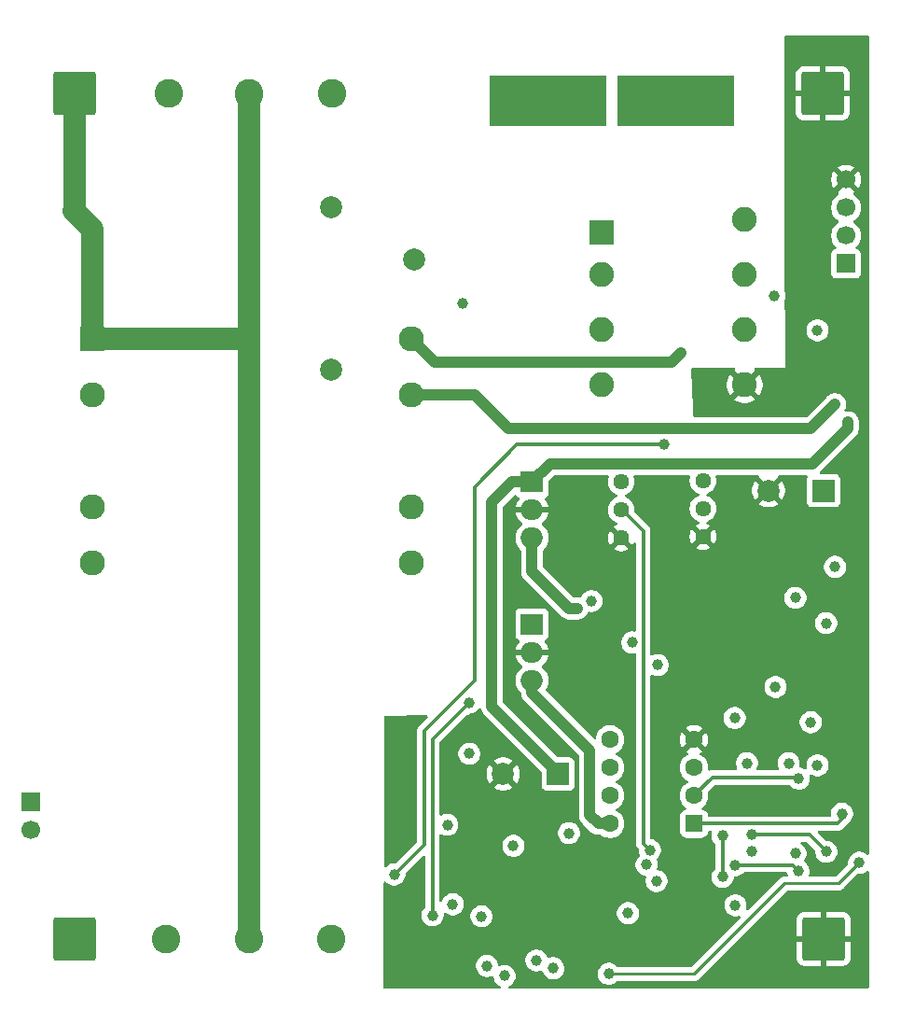
<source format=gbr>
%TF.GenerationSoftware,KiCad,Pcbnew,9.0.1*%
%TF.CreationDate,2025-04-03T12:43:54-07:00*%
%TF.ProjectId,Final_Board-v3B,46696e61-6c5f-4426-9f61-72642d763342,rev?*%
%TF.SameCoordinates,Original*%
%TF.FileFunction,Copper,L2,Inr*%
%TF.FilePolarity,Positive*%
%FSLAX46Y46*%
G04 Gerber Fmt 4.6, Leading zero omitted, Abs format (unit mm)*
G04 Created by KiCad (PCBNEW 9.0.1) date 2025-04-03 12:43:54*
%MOMM*%
%LPD*%
G01*
G04 APERTURE LIST*
G04 Aperture macros list*
%AMRoundRect*
0 Rectangle with rounded corners*
0 $1 Rounding radius*
0 $2 $3 $4 $5 $6 $7 $8 $9 X,Y pos of 4 corners*
0 Add a 4 corners polygon primitive as box body*
4,1,4,$2,$3,$4,$5,$6,$7,$8,$9,$2,$3,0*
0 Add four circle primitives for the rounded corners*
1,1,$1+$1,$2,$3*
1,1,$1+$1,$4,$5*
1,1,$1+$1,$6,$7*
1,1,$1+$1,$8,$9*
0 Add four rect primitives between the rounded corners*
20,1,$1+$1,$2,$3,$4,$5,0*
20,1,$1+$1,$4,$5,$6,$7,0*
20,1,$1+$1,$6,$7,$8,$9,0*
20,1,$1+$1,$8,$9,$2,$3,0*%
%AMFreePoly0*
4,1,5,2.250000,-4.000000,-2.250000,-4.000000,-2.250000,4.000000,2.250000,4.000000,2.250000,-4.000000,2.250000,-4.000000,$1*%
%AMFreePoly1*
4,1,5,1.500000,-2.250000,-1.500000,-2.250000,-1.500000,2.250000,1.500000,2.250000,1.500000,-2.250000,1.500000,-2.250000,$1*%
%AMFreePoly2*
4,1,5,4.000000,-2.250000,-4.000000,-2.250000,-4.000000,2.250000,4.000000,2.250000,4.000000,-2.250000,4.000000,-2.250000,$1*%
G04 Aperture macros list end*
%TA.AperFunction,ComponentPad*%
%ADD10C,2.600000*%
%TD*%
%TA.AperFunction,ComponentPad*%
%ADD11RoundRect,0.250002X-1.699998X-1.699998X1.699998X-1.699998X1.699998X1.699998X-1.699998X1.699998X0*%
%TD*%
%TA.AperFunction,ComponentPad*%
%ADD12R,2.250000X2.250000*%
%TD*%
%TA.AperFunction,ComponentPad*%
%ADD13C,2.250000*%
%TD*%
%TA.AperFunction,ComponentPad*%
%ADD14C,1.440000*%
%TD*%
%TA.AperFunction,ComponentPad*%
%ADD15R,2.000000X2.000000*%
%TD*%
%TA.AperFunction,ComponentPad*%
%ADD16C,2.000000*%
%TD*%
%TA.AperFunction,ComponentPad*%
%ADD17RoundRect,0.250000X0.550000X0.550000X-0.550000X0.550000X-0.550000X-0.550000X0.550000X-0.550000X0*%
%TD*%
%TA.AperFunction,ComponentPad*%
%ADD18C,1.600000*%
%TD*%
%TA.AperFunction,ComponentPad*%
%ADD19R,1.700000X1.700000*%
%TD*%
%TA.AperFunction,ComponentPad*%
%ADD20C,1.700000*%
%TD*%
%TA.AperFunction,ComponentPad*%
%ADD21FreePoly0,90.000000*%
%TD*%
%TA.AperFunction,ComponentPad*%
%ADD22FreePoly1,0.000000*%
%TD*%
%TA.AperFunction,ComponentPad*%
%ADD23FreePoly2,0.000000*%
%TD*%
%TA.AperFunction,ComponentPad*%
%ADD24R,2.000000X1.905000*%
%TD*%
%TA.AperFunction,ComponentPad*%
%ADD25O,2.000000X1.905000*%
%TD*%
%TA.AperFunction,ComponentPad*%
%ADD26R,2.286000X2.286000*%
%TD*%
%TA.AperFunction,ComponentPad*%
%ADD27C,2.286000*%
%TD*%
%TA.AperFunction,ViaPad*%
%ADD28C,1.000000*%
%TD*%
%TA.AperFunction,ViaPad*%
%ADD29C,2.000000*%
%TD*%
%TA.AperFunction,Conductor*%
%ADD30C,0.300000*%
%TD*%
%TA.AperFunction,Conductor*%
%ADD31C,0.254000*%
%TD*%
%TA.AperFunction,Conductor*%
%ADD32C,2.000000*%
%TD*%
%TA.AperFunction,Conductor*%
%ADD33C,2.500000*%
%TD*%
%TA.AperFunction,Conductor*%
%ADD34C,1.000000*%
%TD*%
G04 APERTURE END LIST*
D10*
%TO.N,Net-(J1-N)*%
%TO.C,E3*%
X130010000Y-55768000D03*
%TD*%
%TO.N,Net-(P1-L)*%
%TO.C,E1*%
X115200000Y-55768000D03*
%TD*%
%TO.N,Net-(J1-N)*%
%TO.C,E6*%
X130000000Y-132431000D03*
%TD*%
%TO.N,GND*%
%TO.C,E5*%
X122480000Y-132431000D03*
%TD*%
%TO.N,Net-(J1-L)*%
%TO.C,E4*%
X115000000Y-132431000D03*
%TD*%
%TO.N,GND*%
%TO.C,E2*%
X122480000Y-55768000D03*
%TD*%
D11*
%TO.N,GND*%
%TO.C,H3*%
X174659000Y-132431000D03*
%TD*%
%TO.N,unconnected-(H4-Pin_1-Pad1)*%
%TO.C,H4*%
X106659000Y-132431000D03*
%TD*%
%TO.N,GND*%
%TO.C,H2*%
X174603000Y-55768000D03*
%TD*%
%TO.N,GND*%
%TO.C,H1*%
X106659000Y-55768000D03*
%TD*%
D12*
%TO.N,N/C*%
%TO.C,T2*%
X154500000Y-68400000D03*
D13*
%TO.N,Net-(F1-Pad2)*%
X154500000Y-72200000D03*
%TO.N,Net-(J1-L)*%
X154500000Y-77200000D03*
%TO.N,N/C*%
X154500000Y-82200000D03*
%TO.N,GND*%
X167500000Y-82200000D03*
%TO.N,N/C*%
X167500000Y-77200000D03*
X167500000Y-72200000D03*
%TO.N,Net-(R14-Pad2)*%
X167500000Y-67200000D03*
%TD*%
D14*
%TO.N,Net-(R14-Pad2)*%
%TO.C,RV2*%
X163710000Y-90880000D03*
%TO.N,Net-(C12-Pad1)*%
X163710000Y-93420000D03*
%TO.N,GND*%
X163710000Y-95960000D03*
%TD*%
%TO.N,Net-(R1-Pad1)*%
%TO.C,RV1*%
X156290000Y-90980000D03*
%TO.N,Net-(C9-Pad1)*%
X156290000Y-93520000D03*
%TO.N,GND*%
X156290000Y-96060000D03*
%TD*%
D15*
%TO.N,Net-(D2-+)*%
%TO.C,C4*%
X150570000Y-117490000D03*
D16*
%TO.N,GND*%
X145570000Y-117490000D03*
%TD*%
D15*
%TO.N,Net-(D1-+)*%
%TO.C,C3*%
X174667677Y-91780000D03*
D16*
%TO.N,GND*%
X169667677Y-91780000D03*
%TD*%
D17*
%TO.N,Net-(C10-Pad1)*%
%TO.C,U4*%
X162900000Y-122000000D03*
D18*
%TO.N,Net-(U4A--)*%
X162900000Y-119460000D03*
%TO.N,Net-(U4A-+)*%
X162900000Y-116920000D03*
%TO.N,GND*%
X162900000Y-114380000D03*
%TO.N,Net-(U4B-+)*%
X155280000Y-114380000D03*
%TO.N,Net-(U4B--)*%
X155280000Y-116920000D03*
%TO.N,Net-(C11-Pad1)*%
X155280000Y-119460000D03*
%TO.N,VCC*%
X155280000Y-122000000D03*
%TD*%
D19*
%TO.N,Net-(J5-Pin_1)*%
%TO.C,J5*%
X102700000Y-120050000D03*
D20*
%TO.N,GND*%
X102700000Y-122590000D03*
%TD*%
D21*
%TO.N,Net-(P1-L)*%
%TO.C,F1*%
X148340000Y-56400000D03*
D22*
X153420000Y-56400000D03*
%TO.N,Net-(F1-Pad2)*%
X157480000Y-56400000D03*
D23*
X162560000Y-56400000D03*
%TD*%
D24*
%TO.N,Net-(D2-+)*%
%TO.C,U2*%
X148200000Y-91000000D03*
D25*
%TO.N,GND*%
X148200000Y-93540000D03*
%TO.N,5v*%
X148200000Y-96080000D03*
%TD*%
D24*
%TO.N,Net-(D1-+)*%
%TO.C,U1*%
X148200000Y-103920000D03*
D25*
%TO.N,GND*%
X148200000Y-106460000D03*
%TO.N,VCC*%
X148200000Y-109000000D03*
%TD*%
D19*
%TO.N,Net-(J7-Pin_1)*%
%TO.C,J7*%
X176700000Y-71200000D03*
D20*
%TO.N,SDA*%
X176700000Y-68660000D03*
%TO.N,5v*%
X176700000Y-66120000D03*
%TO.N,GND*%
X176700000Y-63580000D03*
%TD*%
D26*
%TO.N,GND*%
%TO.C,T1*%
X108244000Y-77980000D03*
D27*
%TO.N,Net-(R1-Pad2)*%
X108244000Y-83060000D03*
%TO.N,Net-(J1-N)*%
X108244000Y-93220000D03*
%TO.N,Net-(F1-Pad2)*%
X108244000Y-98300000D03*
%TO.N,Net-(D1-Pad2)*%
X137200000Y-77980000D03*
%TO.N,Net-(D2-Pad4)*%
X137200000Y-83060000D03*
X137200000Y-93220000D03*
%TO.N,Net-(D1-Pad4)*%
X137200000Y-98300000D03*
%TD*%
D28*
%TO.N,Net-(R11-Pad1)*%
X168159000Y-122980000D03*
X174910000Y-124540000D03*
%TO.N,Net-(C11-Pad1)*%
X172380000Y-126300000D03*
X166650000Y-125750000D03*
%TO.N,GND*%
X171640000Y-113110000D03*
X172150000Y-120080000D03*
X159420000Y-121330000D03*
%TO.N,Net-(R1-Pad2)*%
X141857500Y-74837500D03*
%TO.N,GND*%
X165720000Y-119140000D03*
X122480000Y-117260000D03*
X135850000Y-117260000D03*
X155860000Y-128820000D03*
X172250000Y-106750000D03*
X152600000Y-91300000D03*
X168200000Y-101350000D03*
X164900000Y-131200000D03*
X161400000Y-108600000D03*
X176900000Y-113100000D03*
X154650000Y-130750000D03*
X165200000Y-105400000D03*
X152600000Y-93550000D03*
X141700000Y-119300000D03*
X151100000Y-130500000D03*
X177500000Y-105100000D03*
X139300000Y-133600000D03*
X161750000Y-91250000D03*
X152940000Y-125720000D03*
%TO.N,Net-(U4B--)*%
X168160000Y-124510000D03*
X140500000Y-122100000D03*
%TO.N,Net-(U4A-+)*%
X167710000Y-116510000D03*
X171490000Y-116510000D03*
%TO.N,Net-(D3-K)*%
X174100000Y-116700000D03*
X173500000Y-112800000D03*
X172110000Y-101500000D03*
X151550000Y-122850000D03*
%TO.N,VCC*%
X172100000Y-124700000D03*
%TO.N,Net-(U4B-+)*%
X146500000Y-124000000D03*
X148600000Y-134400000D03*
X145700000Y-135800000D03*
%TO.N,Net-(U4A--)*%
X172400000Y-117900000D03*
D29*
%TO.N,Net-(F1-Pad2)*%
X137480000Y-70800000D03*
D28*
%TO.N,5v*%
X141000000Y-129300000D03*
X166600000Y-112400000D03*
X152330000Y-102470000D03*
X156900000Y-130100000D03*
X158600000Y-125700000D03*
%TO.N,Net-(C10-Pad1)*%
X159500000Y-127200000D03*
X176340000Y-121090000D03*
%TO.N,Net-(C11-Pad1)*%
X150114984Y-135102417D03*
X166650000Y-129400000D03*
%TO.N,Net-(U3-PC5)*%
X174900000Y-103800000D03*
X175700000Y-98700000D03*
%TO.N,Net-(J7-Pin_1)*%
X159600000Y-107600000D03*
%TO.N,Net-(J5-Pin_1)*%
X157300000Y-105550000D03*
%TO.N,SDA*%
X153600000Y-101800000D03*
%TO.N,Net-(D2-+)*%
X176870000Y-85590000D03*
%TO.N,Net-(C9-Pad2)*%
X165500000Y-126800000D03*
X165500000Y-123100000D03*
%TO.N,Net-(C9-Pad1)*%
X158900000Y-124400000D03*
%TO.N,Net-(D4-K)*%
X144100000Y-134900000D03*
X177900000Y-125530000D03*
X143600000Y-130400000D03*
X155170000Y-135600000D03*
%TO.N,Net-(C12-Pad1)*%
X139160000Y-130300000D03*
X142494000Y-110998000D03*
%TO.N,Net-(D1-Pad4)*%
X170200000Y-74100000D03*
%TO.N,Net-(D2-Pad4)*%
X175690000Y-83940000D03*
%TO.N,Net-(R11-Pad1)*%
X142500000Y-115640000D03*
X170300000Y-109600000D03*
%TO.N,Net-(R14-Pad2)*%
X135700000Y-126600000D03*
X160200000Y-87600000D03*
%TO.N,Net-(D1-Pad2)*%
X174110000Y-77250000D03*
X161700000Y-79300000D03*
D29*
%TO.N,Net-(J1-N)*%
X130000000Y-80820000D03*
X130000000Y-66040000D03*
%TD*%
D30*
%TO.N,Net-(R11-Pad1)*%
X173350000Y-122980000D02*
X168159000Y-122980000D01*
X174910000Y-124540000D02*
X173350000Y-122980000D01*
%TO.N,Net-(C11-Pad1)*%
X171830000Y-125750000D02*
X172380000Y-126300000D01*
X166650000Y-125750000D02*
X171830000Y-125750000D01*
D31*
%TO.N,Net-(D4-K)*%
X162900000Y-135630000D02*
X155200000Y-135630000D01*
X171110000Y-127420000D02*
X162900000Y-135630000D01*
X177900000Y-125530000D02*
X176010000Y-127420000D01*
X176010000Y-127420000D02*
X171110000Y-127420000D01*
D32*
%TO.N,GND*%
X106659000Y-55768000D02*
X106659000Y-66450000D01*
X106630000Y-66450000D02*
X108244000Y-68064000D01*
X108244000Y-68064000D02*
X108244000Y-77980000D01*
X108244000Y-77980000D02*
X122480000Y-77980000D01*
D33*
X122480000Y-55900000D02*
X122500000Y-55880000D01*
X122510000Y-55890000D02*
X122500000Y-55880000D01*
D34*
%TO.N,5v*%
X148200000Y-99100000D02*
X148200000Y-96080000D01*
X151570000Y-102470000D02*
X148200000Y-99100000D01*
X152330000Y-102470000D02*
X151570000Y-102470000D01*
%TO.N,VCC*%
X154230000Y-122000000D02*
X155280000Y-122000000D01*
X153450000Y-121220000D02*
X154230000Y-122000000D01*
X153450000Y-115350000D02*
X153450000Y-121220000D01*
X148200000Y-110100000D02*
X153450000Y-115350000D01*
X148200000Y-109000000D02*
X148200000Y-110100000D01*
%TO.N,Net-(D2-Pad4)*%
X142960000Y-83060000D02*
X137200000Y-83060000D01*
X146050000Y-86150000D02*
X142960000Y-83060000D01*
X173490000Y-86150000D02*
X146050000Y-86150000D01*
X175690000Y-83950000D02*
X173490000Y-86150000D01*
X175690000Y-83940000D02*
X175690000Y-83950000D01*
%TO.N,Net-(D2-+)*%
X149840000Y-89360000D02*
X148200000Y-91000000D01*
X173640000Y-89360000D02*
X149840000Y-89360000D01*
X176870000Y-85590000D02*
X176870000Y-86130000D01*
X176870000Y-86130000D02*
X173640000Y-89360000D01*
D30*
%TO.N,Net-(C10-Pad1)*%
X175900000Y-122000000D02*
X162900000Y-122000000D01*
X176340000Y-121560000D02*
X175900000Y-122000000D01*
X176340000Y-121090000D02*
X176340000Y-121560000D01*
%TO.N,Net-(C12-Pad1)*%
X139150000Y-114342000D02*
X142494000Y-110998000D01*
X139160000Y-129160000D02*
X139150000Y-129150000D01*
X139160000Y-130300000D02*
X139160000Y-129160000D01*
X139150000Y-129150000D02*
X139150000Y-114342000D01*
%TO.N,Net-(U4A--)*%
X162900000Y-119460000D02*
X164560000Y-117800000D01*
X164560000Y-117800000D02*
X172300000Y-117800000D01*
D34*
%TO.N,Net-(D2-+)*%
X146400000Y-91000000D02*
X144526000Y-92874000D01*
X148200000Y-91000000D02*
X146400000Y-91000000D01*
X144526000Y-92874000D02*
X144526000Y-111358323D01*
X144526000Y-111358323D02*
X150567677Y-117400000D01*
D30*
%TO.N,Net-(C9-Pad2)*%
X165500000Y-126800000D02*
X165500000Y-123100000D01*
%TO.N,Net-(C9-Pad1)*%
X158900000Y-124400000D02*
X158300000Y-123800000D01*
X158300000Y-123800000D02*
X158300000Y-95440000D01*
X158300000Y-95440000D02*
X156300000Y-93440000D01*
%TO.N,Net-(R14-Pad2)*%
X135700000Y-126600000D02*
X138430000Y-123870000D01*
X143002000Y-91440000D02*
X146842000Y-87600000D01*
X146842000Y-87600000D02*
X160200000Y-87600000D01*
X138430000Y-123870000D02*
X138430000Y-113538000D01*
X143002000Y-108966000D02*
X143002000Y-91440000D01*
X138430000Y-113538000D02*
X143002000Y-108966000D01*
D34*
%TO.N,Net-(D1-Pad2)*%
X137200000Y-77980000D02*
X139320000Y-80100000D01*
X139320000Y-80100000D02*
X160900000Y-80100000D01*
X160900000Y-80100000D02*
X161700000Y-79300000D01*
D32*
%TO.N,GND*%
X122480000Y-132431000D02*
X122480000Y-55768000D01*
%TD*%
%TA.AperFunction,Conductor*%
%TO.N,GND*%
G36*
X178722539Y-50520185D02*
G01*
X178768294Y-50572989D01*
X178779500Y-50624500D01*
X178779500Y-124695216D01*
X178759815Y-124762255D01*
X178707011Y-124808010D01*
X178637853Y-124817954D01*
X178574297Y-124788929D01*
X178567819Y-124782897D01*
X178537785Y-124752863D01*
X178537781Y-124752860D01*
X178373920Y-124643371D01*
X178373907Y-124643364D01*
X178191839Y-124567950D01*
X178191829Y-124567947D01*
X177998543Y-124529500D01*
X177998541Y-124529500D01*
X177801459Y-124529500D01*
X177801457Y-124529500D01*
X177608170Y-124567947D01*
X177608160Y-124567950D01*
X177426092Y-124643364D01*
X177426079Y-124643371D01*
X177262218Y-124752860D01*
X177262214Y-124752863D01*
X177122863Y-124892214D01*
X177122860Y-124892218D01*
X177013371Y-125056079D01*
X177013364Y-125056092D01*
X176937950Y-125238160D01*
X176937947Y-125238170D01*
X176899500Y-125431456D01*
X176899500Y-125591718D01*
X176879815Y-125658757D01*
X176863181Y-125679399D01*
X175786400Y-126756181D01*
X175725077Y-126789666D01*
X175698719Y-126792500D01*
X173444512Y-126792500D01*
X173377473Y-126772815D01*
X173331718Y-126720011D01*
X173321774Y-126650853D01*
X173329951Y-126621048D01*
X173342049Y-126591839D01*
X173342051Y-126591835D01*
X173361899Y-126492052D01*
X173380500Y-126398543D01*
X173380500Y-126201456D01*
X173342052Y-126008170D01*
X173342051Y-126008169D01*
X173342051Y-126008165D01*
X173335287Y-125991835D01*
X173266635Y-125826092D01*
X173266628Y-125826079D01*
X173157139Y-125662218D01*
X173157136Y-125662214D01*
X173017785Y-125522863D01*
X173017781Y-125522860D01*
X172938156Y-125469656D01*
X172893351Y-125416044D01*
X172884644Y-125346719D01*
X172903944Y-125297665D01*
X172986632Y-125173914D01*
X173062051Y-124991835D01*
X173079597Y-124903626D01*
X173100500Y-124798543D01*
X173100500Y-124601456D01*
X173062052Y-124408170D01*
X173062051Y-124408169D01*
X173062051Y-124408165D01*
X173062049Y-124408160D01*
X172986635Y-124226092D01*
X172986628Y-124226079D01*
X172877139Y-124062218D01*
X172877136Y-124062214D01*
X172737785Y-123922863D01*
X172737781Y-123922860D01*
X172640116Y-123857602D01*
X172595311Y-123803990D01*
X172586604Y-123734665D01*
X172616759Y-123671637D01*
X172676202Y-123634918D01*
X172709007Y-123630500D01*
X173029192Y-123630500D01*
X173096231Y-123650185D01*
X173116873Y-123666819D01*
X173873181Y-124423126D01*
X173906666Y-124484449D01*
X173909500Y-124510807D01*
X173909500Y-124638541D01*
X173909500Y-124638543D01*
X173909499Y-124638543D01*
X173947947Y-124831829D01*
X173947950Y-124831839D01*
X174023364Y-125013907D01*
X174023371Y-125013920D01*
X174132860Y-125177781D01*
X174132863Y-125177785D01*
X174272214Y-125317136D01*
X174272218Y-125317139D01*
X174436079Y-125426628D01*
X174436092Y-125426635D01*
X174618160Y-125502049D01*
X174618165Y-125502051D01*
X174618169Y-125502051D01*
X174618170Y-125502052D01*
X174811456Y-125540500D01*
X174811459Y-125540500D01*
X175008543Y-125540500D01*
X175138582Y-125514632D01*
X175201835Y-125502051D01*
X175342655Y-125443721D01*
X175383907Y-125426635D01*
X175383907Y-125426634D01*
X175383914Y-125426632D01*
X175547782Y-125317139D01*
X175687139Y-125177782D01*
X175796632Y-125013914D01*
X175872051Y-124831835D01*
X175894208Y-124720446D01*
X175910500Y-124638543D01*
X175910500Y-124441456D01*
X175872052Y-124248170D01*
X175872051Y-124248169D01*
X175872051Y-124248165D01*
X175814062Y-124108165D01*
X175796635Y-124066092D01*
X175796628Y-124066079D01*
X175687139Y-123902218D01*
X175687136Y-123902214D01*
X175547785Y-123762863D01*
X175547781Y-123762860D01*
X175383920Y-123653371D01*
X175383907Y-123653364D01*
X175201839Y-123577950D01*
X175201829Y-123577947D01*
X175008543Y-123539500D01*
X175008541Y-123539500D01*
X174880807Y-123539500D01*
X174813768Y-123519815D01*
X174793126Y-123503181D01*
X174152127Y-122862181D01*
X174118642Y-122800858D01*
X174123626Y-122731166D01*
X174165498Y-122675233D01*
X174230962Y-122650816D01*
X174239808Y-122650500D01*
X175964071Y-122650500D01*
X176048615Y-122633682D01*
X176089744Y-122625501D01*
X176208127Y-122576465D01*
X176235515Y-122558165D01*
X176314669Y-122505277D01*
X176845277Y-121974669D01*
X176854500Y-121960864D01*
X176888704Y-121926658D01*
X176977782Y-121867139D01*
X177117139Y-121727782D01*
X177226632Y-121563914D01*
X177302051Y-121381835D01*
X177325390Y-121264505D01*
X177340500Y-121188543D01*
X177340500Y-120991456D01*
X177302052Y-120798170D01*
X177302051Y-120798169D01*
X177302051Y-120798165D01*
X177274447Y-120731523D01*
X177226635Y-120616092D01*
X177226628Y-120616079D01*
X177117139Y-120452218D01*
X177117136Y-120452214D01*
X176977785Y-120312863D01*
X176977781Y-120312860D01*
X176813920Y-120203371D01*
X176813907Y-120203364D01*
X176631839Y-120127950D01*
X176631829Y-120127947D01*
X176438543Y-120089500D01*
X176438541Y-120089500D01*
X176241459Y-120089500D01*
X176241457Y-120089500D01*
X176048170Y-120127947D01*
X176048160Y-120127950D01*
X175866092Y-120203364D01*
X175866079Y-120203371D01*
X175702218Y-120312860D01*
X175702214Y-120312863D01*
X175562863Y-120452214D01*
X175562860Y-120452218D01*
X175453371Y-120616079D01*
X175453364Y-120616092D01*
X175377950Y-120798160D01*
X175377947Y-120798170D01*
X175339500Y-120991456D01*
X175339500Y-121188545D01*
X175342039Y-121201309D01*
X175335812Y-121270900D01*
X175292949Y-121326078D01*
X175227059Y-121349322D01*
X175220422Y-121349500D01*
X164296870Y-121349500D01*
X164229831Y-121329815D01*
X164184076Y-121277011D01*
X164179164Y-121264505D01*
X164169458Y-121235214D01*
X164134814Y-121130666D01*
X164042712Y-120981344D01*
X163918656Y-120857288D01*
X163769334Y-120765186D01*
X163687427Y-120738044D01*
X163629984Y-120698272D01*
X163603161Y-120633756D01*
X163615476Y-120564980D01*
X163653547Y-120520021D01*
X163747219Y-120451966D01*
X163891966Y-120307219D01*
X163891968Y-120307215D01*
X163891971Y-120307213D01*
X163967415Y-120203371D01*
X164012287Y-120141610D01*
X164105220Y-119959219D01*
X164168477Y-119764534D01*
X164200500Y-119562352D01*
X164200500Y-119357648D01*
X164172345Y-119179886D01*
X164181300Y-119110593D01*
X164207134Y-119072810D01*
X164793127Y-118486819D01*
X164854450Y-118453334D01*
X164880808Y-118450500D01*
X171498261Y-118450500D01*
X171565300Y-118470185D01*
X171601363Y-118505609D01*
X171622860Y-118537781D01*
X171622863Y-118537785D01*
X171762214Y-118677136D01*
X171762218Y-118677139D01*
X171926079Y-118786628D01*
X171926092Y-118786635D01*
X172073149Y-118847547D01*
X172108165Y-118862051D01*
X172108169Y-118862051D01*
X172108170Y-118862052D01*
X172301456Y-118900500D01*
X172301459Y-118900500D01*
X172498543Y-118900500D01*
X172628582Y-118874632D01*
X172691835Y-118862051D01*
X172873914Y-118786632D01*
X173037782Y-118677139D01*
X173177139Y-118537782D01*
X173286632Y-118373914D01*
X173292767Y-118359104D01*
X173333217Y-118261446D01*
X173362051Y-118191835D01*
X173387121Y-118065802D01*
X173400500Y-117998543D01*
X173400500Y-117801456D01*
X173375043Y-117673478D01*
X173381270Y-117603886D01*
X173424133Y-117548709D01*
X173490023Y-117525464D01*
X173558020Y-117541532D01*
X173565551Y-117546184D01*
X173626080Y-117586628D01*
X173626086Y-117586632D01*
X173626088Y-117586633D01*
X173626092Y-117586635D01*
X173808160Y-117662049D01*
X173808165Y-117662051D01*
X173808169Y-117662051D01*
X173808170Y-117662052D01*
X174001456Y-117700500D01*
X174001459Y-117700500D01*
X174198543Y-117700500D01*
X174334388Y-117673478D01*
X174391835Y-117662051D01*
X174573914Y-117586632D01*
X174737782Y-117477139D01*
X174877139Y-117337782D01*
X174986632Y-117173914D01*
X174995758Y-117151883D01*
X175048697Y-117024075D01*
X175062051Y-116991835D01*
X175096634Y-116817977D01*
X175100500Y-116798543D01*
X175100500Y-116601456D01*
X175062052Y-116408170D01*
X175062051Y-116408169D01*
X175062051Y-116408165D01*
X175051427Y-116382516D01*
X174986635Y-116226092D01*
X174986628Y-116226079D01*
X174877139Y-116062218D01*
X174877136Y-116062214D01*
X174737785Y-115922863D01*
X174737781Y-115922860D01*
X174573920Y-115813371D01*
X174573907Y-115813364D01*
X174391839Y-115737950D01*
X174391829Y-115737947D01*
X174198543Y-115699500D01*
X174198541Y-115699500D01*
X174001459Y-115699500D01*
X174001457Y-115699500D01*
X173808170Y-115737947D01*
X173808160Y-115737950D01*
X173626092Y-115813364D01*
X173626079Y-115813371D01*
X173462218Y-115922860D01*
X173462214Y-115922863D01*
X173322863Y-116062214D01*
X173322860Y-116062218D01*
X173213371Y-116226079D01*
X173213364Y-116226092D01*
X173137950Y-116408160D01*
X173137947Y-116408170D01*
X173099500Y-116601456D01*
X173099500Y-116798545D01*
X173124956Y-116926522D01*
X173118729Y-116996114D01*
X173075866Y-117051291D01*
X173009976Y-117074535D01*
X172941979Y-117058467D01*
X172934448Y-117053815D01*
X172873920Y-117013371D01*
X172873907Y-117013364D01*
X172691839Y-116937950D01*
X172691829Y-116937947D01*
X172556749Y-116911078D01*
X172494838Y-116878693D01*
X172460264Y-116817977D01*
X172459324Y-116765271D01*
X172490500Y-116608541D01*
X172490500Y-116411459D01*
X172490500Y-116411456D01*
X172452052Y-116218170D01*
X172452051Y-116218169D01*
X172452051Y-116218165D01*
X172408869Y-116113914D01*
X172376635Y-116036092D01*
X172376628Y-116036079D01*
X172267139Y-115872218D01*
X172267136Y-115872214D01*
X172127785Y-115732863D01*
X172127781Y-115732860D01*
X171963920Y-115623371D01*
X171963907Y-115623364D01*
X171781839Y-115547950D01*
X171781829Y-115547947D01*
X171588543Y-115509500D01*
X171588541Y-115509500D01*
X171391459Y-115509500D01*
X171391457Y-115509500D01*
X171198170Y-115547947D01*
X171198160Y-115547950D01*
X171016092Y-115623364D01*
X171016079Y-115623371D01*
X170852218Y-115732860D01*
X170852214Y-115732863D01*
X170712863Y-115872214D01*
X170712860Y-115872218D01*
X170603371Y-116036079D01*
X170603364Y-116036092D01*
X170527950Y-116218160D01*
X170527947Y-116218170D01*
X170489500Y-116411456D01*
X170489500Y-116411459D01*
X170489500Y-116608541D01*
X170489500Y-116608543D01*
X170489499Y-116608543D01*
X170527947Y-116801829D01*
X170527950Y-116801839D01*
X170600938Y-116978048D01*
X170608407Y-117047517D01*
X170577132Y-117109996D01*
X170517043Y-117145648D01*
X170486377Y-117149500D01*
X168713623Y-117149500D01*
X168646584Y-117129815D01*
X168600829Y-117077011D01*
X168590885Y-117007853D01*
X168599062Y-116978048D01*
X168672049Y-116801839D01*
X168672051Y-116801835D01*
X168710500Y-116608541D01*
X168710500Y-116411459D01*
X168710500Y-116411456D01*
X168672052Y-116218170D01*
X168672051Y-116218169D01*
X168672051Y-116218165D01*
X168628869Y-116113914D01*
X168596635Y-116036092D01*
X168596628Y-116036079D01*
X168487139Y-115872218D01*
X168487136Y-115872214D01*
X168347785Y-115732863D01*
X168347781Y-115732860D01*
X168183920Y-115623371D01*
X168183907Y-115623364D01*
X168001839Y-115547950D01*
X168001829Y-115547947D01*
X167808543Y-115509500D01*
X167808541Y-115509500D01*
X167611459Y-115509500D01*
X167611457Y-115509500D01*
X167418170Y-115547947D01*
X167418160Y-115547950D01*
X167236092Y-115623364D01*
X167236079Y-115623371D01*
X167072218Y-115732860D01*
X167072214Y-115732863D01*
X166932863Y-115872214D01*
X166932860Y-115872218D01*
X166823371Y-116036079D01*
X166823364Y-116036092D01*
X166747950Y-116218160D01*
X166747947Y-116218170D01*
X166709500Y-116411456D01*
X166709500Y-116411459D01*
X166709500Y-116608541D01*
X166709500Y-116608543D01*
X166709499Y-116608543D01*
X166747947Y-116801829D01*
X166747950Y-116801839D01*
X166820938Y-116978048D01*
X166828407Y-117047517D01*
X166797132Y-117109996D01*
X166737043Y-117145648D01*
X166706377Y-117149500D01*
X164495929Y-117149500D01*
X164370261Y-117174497D01*
X164370249Y-117174501D01*
X164367340Y-117175706D01*
X164365696Y-117175882D01*
X164364429Y-117176267D01*
X164364356Y-117176026D01*
X164297869Y-117183166D01*
X164235394Y-117151883D01*
X164199749Y-117091790D01*
X164197428Y-117041744D01*
X164200500Y-117022352D01*
X164200500Y-116817648D01*
X164168477Y-116615466D01*
X164105220Y-116420781D01*
X164105218Y-116420778D01*
X164105218Y-116420776D01*
X164071503Y-116354607D01*
X164012287Y-116238390D01*
X164003343Y-116226079D01*
X163891971Y-116072786D01*
X163747213Y-115928028D01*
X163581611Y-115807713D01*
X163488369Y-115760203D01*
X163437574Y-115712229D01*
X163420779Y-115644407D01*
X163443317Y-115578273D01*
X163488371Y-115539234D01*
X163581346Y-115491861D01*
X163581347Y-115491861D01*
X163625921Y-115459474D01*
X162946447Y-114780000D01*
X162952661Y-114780000D01*
X163054394Y-114752741D01*
X163145606Y-114700080D01*
X163220080Y-114625606D01*
X163272741Y-114534394D01*
X163300000Y-114432661D01*
X163300000Y-114426447D01*
X163979474Y-115105921D01*
X164011859Y-115061349D01*
X164104755Y-114879031D01*
X164167990Y-114684417D01*
X164200000Y-114482317D01*
X164200000Y-114277682D01*
X164167990Y-114075582D01*
X164104755Y-113880968D01*
X164011859Y-113698650D01*
X163979474Y-113654077D01*
X163979474Y-113654076D01*
X163300000Y-114333551D01*
X163300000Y-114327339D01*
X163272741Y-114225606D01*
X163220080Y-114134394D01*
X163145606Y-114059920D01*
X163054394Y-114007259D01*
X162952661Y-113980000D01*
X162946446Y-113980000D01*
X163625922Y-113300524D01*
X163625921Y-113300523D01*
X163581359Y-113268147D01*
X163581350Y-113268141D01*
X163399031Y-113175244D01*
X163204417Y-113112009D01*
X163002317Y-113080000D01*
X162797683Y-113080000D01*
X162595582Y-113112009D01*
X162400968Y-113175244D01*
X162218644Y-113268143D01*
X162174077Y-113300523D01*
X162174077Y-113300524D01*
X162853554Y-113980000D01*
X162847339Y-113980000D01*
X162745606Y-114007259D01*
X162654394Y-114059920D01*
X162579920Y-114134394D01*
X162527259Y-114225606D01*
X162500000Y-114327339D01*
X162500000Y-114333553D01*
X161820524Y-113654077D01*
X161820523Y-113654077D01*
X161788143Y-113698644D01*
X161695244Y-113880968D01*
X161632009Y-114075582D01*
X161600000Y-114277682D01*
X161600000Y-114482317D01*
X161632009Y-114684417D01*
X161695244Y-114879031D01*
X161788141Y-115061350D01*
X161788147Y-115061359D01*
X161820523Y-115105921D01*
X161820524Y-115105922D01*
X162500000Y-114426446D01*
X162500000Y-114432661D01*
X162527259Y-114534394D01*
X162579920Y-114625606D01*
X162654394Y-114700080D01*
X162745606Y-114752741D01*
X162847339Y-114780000D01*
X162853553Y-114780000D01*
X162174076Y-115459474D01*
X162218652Y-115491861D01*
X162311628Y-115539234D01*
X162362425Y-115587208D01*
X162379220Y-115655029D01*
X162356683Y-115721164D01*
X162311630Y-115760203D01*
X162218388Y-115807713D01*
X162052786Y-115928028D01*
X161908028Y-116072786D01*
X161787715Y-116238386D01*
X161694781Y-116420776D01*
X161631522Y-116615465D01*
X161599500Y-116817648D01*
X161599500Y-117022351D01*
X161631522Y-117224534D01*
X161694781Y-117419223D01*
X161757102Y-117541532D01*
X161780081Y-117586632D01*
X161787715Y-117601613D01*
X161908028Y-117767213D01*
X162052786Y-117911971D01*
X162160186Y-117990000D01*
X162218390Y-118032287D01*
X162284167Y-118065802D01*
X162311080Y-118079515D01*
X162361876Y-118127490D01*
X162378671Y-118195311D01*
X162356134Y-118261446D01*
X162311080Y-118300485D01*
X162218386Y-118347715D01*
X162052786Y-118468028D01*
X161908028Y-118612786D01*
X161787715Y-118778386D01*
X161694781Y-118960776D01*
X161631522Y-119155465D01*
X161599500Y-119357648D01*
X161599500Y-119562351D01*
X161631522Y-119764534D01*
X161694781Y-119959223D01*
X161758691Y-120084653D01*
X161780752Y-120127949D01*
X161787715Y-120141613D01*
X161908028Y-120307213D01*
X161908034Y-120307219D01*
X162052781Y-120451966D01*
X162146452Y-120520021D01*
X162189117Y-120575350D01*
X162195096Y-120644963D01*
X162162491Y-120706759D01*
X162112571Y-120738045D01*
X162030666Y-120765186D01*
X162030663Y-120765187D01*
X161881342Y-120857289D01*
X161757289Y-120981342D01*
X161665187Y-121130663D01*
X161665185Y-121130668D01*
X161662772Y-121137950D01*
X161610001Y-121297203D01*
X161610001Y-121297204D01*
X161610000Y-121297204D01*
X161599500Y-121399983D01*
X161599500Y-122600001D01*
X161599501Y-122600018D01*
X161610000Y-122702796D01*
X161610001Y-122702799D01*
X161665185Y-122869331D01*
X161665187Y-122869336D01*
X161672665Y-122881459D01*
X161757288Y-123018656D01*
X161881344Y-123142712D01*
X162030666Y-123234814D01*
X162197203Y-123289999D01*
X162299991Y-123300500D01*
X163500008Y-123300499D01*
X163602797Y-123289999D01*
X163769334Y-123234814D01*
X163918656Y-123142712D01*
X164042712Y-123018656D01*
X164134814Y-122869334D01*
X164179164Y-122735494D01*
X164193033Y-122715463D01*
X164203156Y-122693297D01*
X164212568Y-122687248D01*
X164218936Y-122678051D01*
X164241435Y-122668696D01*
X164261934Y-122655523D01*
X164279034Y-122653064D01*
X164283451Y-122651228D01*
X164296869Y-122650500D01*
X164418582Y-122650500D01*
X164485621Y-122670185D01*
X164531376Y-122722989D01*
X164541320Y-122792147D01*
X164539089Y-122802181D01*
X164539137Y-122802191D01*
X164499500Y-123001456D01*
X164499500Y-123001459D01*
X164499500Y-123198541D01*
X164499500Y-123198543D01*
X164499499Y-123198543D01*
X164537947Y-123391829D01*
X164537950Y-123391839D01*
X164613364Y-123573907D01*
X164613371Y-123573920D01*
X164722859Y-123737780D01*
X164722860Y-123737781D01*
X164722861Y-123737782D01*
X164813182Y-123828103D01*
X164846666Y-123889424D01*
X164849500Y-123915783D01*
X164849500Y-125984216D01*
X164829815Y-126051255D01*
X164813181Y-126071897D01*
X164722863Y-126162214D01*
X164722860Y-126162218D01*
X164613371Y-126326079D01*
X164613364Y-126326092D01*
X164537950Y-126508160D01*
X164537947Y-126508170D01*
X164499500Y-126701456D01*
X164499500Y-126701459D01*
X164499500Y-126898541D01*
X164499500Y-126898543D01*
X164499499Y-126898543D01*
X164537947Y-127091829D01*
X164537950Y-127091839D01*
X164613364Y-127273907D01*
X164613371Y-127273920D01*
X164722860Y-127437781D01*
X164722863Y-127437785D01*
X164862214Y-127577136D01*
X164862218Y-127577139D01*
X165026079Y-127686628D01*
X165026092Y-127686635D01*
X165208160Y-127762049D01*
X165208165Y-127762051D01*
X165208169Y-127762051D01*
X165208170Y-127762052D01*
X165401456Y-127800500D01*
X165401459Y-127800500D01*
X165598543Y-127800500D01*
X165728582Y-127774632D01*
X165791835Y-127762051D01*
X165973914Y-127686632D01*
X166137782Y-127577139D01*
X166277139Y-127437782D01*
X166386632Y-127273914D01*
X166462051Y-127091835D01*
X166493727Y-126932591D01*
X166500500Y-126898543D01*
X166500500Y-126874500D01*
X166520185Y-126807461D01*
X166572989Y-126761706D01*
X166624500Y-126750500D01*
X166748543Y-126750500D01*
X166878582Y-126724632D01*
X166941835Y-126712051D01*
X167123914Y-126636632D01*
X167287782Y-126527139D01*
X167378103Y-126436817D01*
X167439424Y-126403334D01*
X167465783Y-126400500D01*
X171278126Y-126400500D01*
X171305297Y-126408478D01*
X171333191Y-126413397D01*
X171338384Y-126418193D01*
X171345165Y-126420185D01*
X171363709Y-126441586D01*
X171384516Y-126460805D01*
X171387844Y-126469439D01*
X171390920Y-126472989D01*
X171398152Y-126493358D01*
X171399046Y-126496804D01*
X171417949Y-126591835D01*
X171433349Y-126629014D01*
X171435514Y-126637358D01*
X171434667Y-126664011D01*
X171437517Y-126690518D01*
X171433576Y-126698390D01*
X171433297Y-126707193D01*
X171418175Y-126729157D01*
X171406242Y-126752997D01*
X171398669Y-126757489D01*
X171393676Y-126764743D01*
X171369082Y-126775043D01*
X171346152Y-126788649D01*
X171332511Y-126790362D01*
X171329231Y-126791736D01*
X171326044Y-126791174D01*
X171315488Y-126792500D01*
X171048195Y-126792500D01*
X170926970Y-126816613D01*
X170926960Y-126816616D01*
X170812773Y-126863913D01*
X170812760Y-126863920D01*
X170709992Y-126932588D01*
X170709988Y-126932591D01*
X167813360Y-129829219D01*
X167752037Y-129862704D01*
X167682345Y-129857720D01*
X167626412Y-129815848D01*
X167601995Y-129750384D01*
X167610528Y-129697736D01*
X167610283Y-129697662D01*
X167610836Y-129695838D01*
X167611121Y-129694079D01*
X167612051Y-129691835D01*
X167631942Y-129591839D01*
X167650500Y-129498543D01*
X167650500Y-129301456D01*
X167612052Y-129108170D01*
X167612051Y-129108169D01*
X167612051Y-129108165D01*
X167570628Y-129008160D01*
X167536635Y-128926092D01*
X167536628Y-128926079D01*
X167427139Y-128762218D01*
X167427136Y-128762214D01*
X167287785Y-128622863D01*
X167287781Y-128622860D01*
X167123920Y-128513371D01*
X167123907Y-128513364D01*
X166941839Y-128437950D01*
X166941829Y-128437947D01*
X166748543Y-128399500D01*
X166748541Y-128399500D01*
X166551459Y-128399500D01*
X166551457Y-128399500D01*
X166358170Y-128437947D01*
X166358160Y-128437950D01*
X166176092Y-128513364D01*
X166176079Y-128513371D01*
X166012218Y-128622860D01*
X166012214Y-128622863D01*
X165872863Y-128762214D01*
X165872860Y-128762218D01*
X165763371Y-128926079D01*
X165763364Y-128926092D01*
X165687950Y-129108160D01*
X165687947Y-129108170D01*
X165649500Y-129301456D01*
X165649500Y-129301459D01*
X165649500Y-129498541D01*
X165649500Y-129498543D01*
X165649499Y-129498543D01*
X165687947Y-129691829D01*
X165687950Y-129691839D01*
X165763364Y-129873907D01*
X165763371Y-129873920D01*
X165872860Y-130037781D01*
X165872863Y-130037785D01*
X166012214Y-130177136D01*
X166012218Y-130177139D01*
X166176079Y-130286628D01*
X166176092Y-130286635D01*
X166354954Y-130360721D01*
X166358165Y-130362051D01*
X166358169Y-130362051D01*
X166358170Y-130362052D01*
X166551456Y-130400500D01*
X166551459Y-130400500D01*
X166748543Y-130400500D01*
X166878582Y-130374632D01*
X166941835Y-130362051D01*
X166944078Y-130361121D01*
X166945347Y-130360985D01*
X166947662Y-130360283D01*
X166947795Y-130360721D01*
X167013544Y-130353647D01*
X167076026Y-130384917D01*
X167111683Y-130445002D01*
X167109196Y-130514828D01*
X167079219Y-130563360D01*
X162676400Y-134966181D01*
X162615077Y-134999666D01*
X162588719Y-135002500D01*
X156038784Y-135002500D01*
X155971745Y-134982815D01*
X155951103Y-134966181D01*
X155807785Y-134822863D01*
X155807781Y-134822860D01*
X155643920Y-134713371D01*
X155643907Y-134713364D01*
X155461839Y-134637950D01*
X155461829Y-134637947D01*
X155268543Y-134599500D01*
X155268541Y-134599500D01*
X155071459Y-134599500D01*
X155071457Y-134599500D01*
X154878170Y-134637947D01*
X154878160Y-134637950D01*
X154696092Y-134713364D01*
X154696079Y-134713371D01*
X154532218Y-134822860D01*
X154532214Y-134822863D01*
X154392863Y-134962214D01*
X154392860Y-134962218D01*
X154283371Y-135126079D01*
X154283364Y-135126092D01*
X154207950Y-135308160D01*
X154207947Y-135308170D01*
X154169500Y-135501456D01*
X154169500Y-135501459D01*
X154169500Y-135698541D01*
X154169500Y-135698543D01*
X154169499Y-135698543D01*
X154207947Y-135891829D01*
X154207950Y-135891839D01*
X154283364Y-136073907D01*
X154283371Y-136073920D01*
X154392860Y-136237781D01*
X154392863Y-136237785D01*
X154532214Y-136377136D01*
X154532218Y-136377139D01*
X154696079Y-136486628D01*
X154696092Y-136486635D01*
X154878160Y-136562049D01*
X154878165Y-136562051D01*
X154878169Y-136562051D01*
X154878170Y-136562052D01*
X155071456Y-136600500D01*
X155071459Y-136600500D01*
X155268543Y-136600500D01*
X155398582Y-136574632D01*
X155461835Y-136562051D01*
X155643914Y-136486632D01*
X155807782Y-136377139D01*
X155891103Y-136293817D01*
X155952424Y-136260334D01*
X155978783Y-136257500D01*
X162961804Y-136257500D01*
X162961805Y-136257499D01*
X163083035Y-136233386D01*
X163163784Y-136199937D01*
X163197233Y-136186083D01*
X163300008Y-136117411D01*
X163387411Y-136030008D01*
X168736404Y-130681015D01*
X172209000Y-130681015D01*
X172209000Y-132181000D01*
X173433015Y-132181000D01*
X173409000Y-132332623D01*
X173409000Y-132529377D01*
X173433015Y-132681000D01*
X172209001Y-132681000D01*
X172209001Y-134180984D01*
X172219494Y-134283695D01*
X172274641Y-134450117D01*
X172274643Y-134450122D01*
X172366684Y-134599344D01*
X172490655Y-134723315D01*
X172639877Y-134815356D01*
X172639882Y-134815358D01*
X172806304Y-134870505D01*
X172806311Y-134870506D01*
X172909021Y-134880999D01*
X174408999Y-134880999D01*
X174409000Y-134880998D01*
X174409000Y-133656985D01*
X174560623Y-133681000D01*
X174757377Y-133681000D01*
X174909000Y-133656985D01*
X174909000Y-134880999D01*
X176408970Y-134880999D01*
X176408984Y-134880998D01*
X176511695Y-134870505D01*
X176678117Y-134815358D01*
X176678122Y-134815356D01*
X176827344Y-134723315D01*
X176951315Y-134599344D01*
X177043356Y-134450122D01*
X177043358Y-134450117D01*
X177098505Y-134283695D01*
X177098506Y-134283688D01*
X177108999Y-134180984D01*
X177109000Y-134180971D01*
X177109000Y-132681000D01*
X175884985Y-132681000D01*
X175909000Y-132529377D01*
X175909000Y-132332623D01*
X175884985Y-132181000D01*
X177108999Y-132181000D01*
X177108999Y-130681030D01*
X177108998Y-130681015D01*
X177098505Y-130578304D01*
X177043358Y-130411882D01*
X177043356Y-130411877D01*
X176951315Y-130262655D01*
X176827344Y-130138684D01*
X176678122Y-130046643D01*
X176678117Y-130046641D01*
X176511695Y-129991494D01*
X176511688Y-129991493D01*
X176408984Y-129981000D01*
X174909000Y-129981000D01*
X174909000Y-131205014D01*
X174757377Y-131181000D01*
X174560623Y-131181000D01*
X174409000Y-131205014D01*
X174409000Y-129981000D01*
X172909030Y-129981000D01*
X172909014Y-129981001D01*
X172806304Y-129991494D01*
X172639882Y-130046641D01*
X172639877Y-130046643D01*
X172490655Y-130138684D01*
X172366684Y-130262655D01*
X172274643Y-130411877D01*
X172274641Y-130411882D01*
X172219494Y-130578304D01*
X172219493Y-130578311D01*
X172209000Y-130681015D01*
X168736404Y-130681015D01*
X171333600Y-128083819D01*
X171394923Y-128050334D01*
X171421281Y-128047500D01*
X176071804Y-128047500D01*
X176071805Y-128047499D01*
X176193035Y-128023386D01*
X176273784Y-127989937D01*
X176307233Y-127976083D01*
X176410008Y-127907411D01*
X176497411Y-127820008D01*
X177750599Y-126566818D01*
X177811922Y-126533334D01*
X177838280Y-126530500D01*
X177998543Y-126530500D01*
X178132925Y-126503769D01*
X178191835Y-126492051D01*
X178365336Y-126420185D01*
X178373907Y-126416635D01*
X178373907Y-126416634D01*
X178373914Y-126416632D01*
X178537782Y-126307139D01*
X178551543Y-126293378D01*
X178567819Y-126277103D01*
X178629142Y-126243618D01*
X178698834Y-126248602D01*
X178754767Y-126290474D01*
X178779184Y-126355938D01*
X178779500Y-126364784D01*
X178779500Y-136827700D01*
X178759815Y-136894739D01*
X178707011Y-136940494D01*
X178655500Y-136951700D01*
X146157373Y-136951700D01*
X146090334Y-136932015D01*
X146044579Y-136879211D01*
X146034635Y-136810053D01*
X146063660Y-136746497D01*
X146109921Y-136713139D01*
X146173907Y-136686635D01*
X146173907Y-136686634D01*
X146173914Y-136686632D01*
X146337782Y-136577139D01*
X146477139Y-136437782D01*
X146586632Y-136273914D01*
X146662051Y-136091835D01*
X146682497Y-135989049D01*
X146700500Y-135898543D01*
X146700500Y-135701456D01*
X146662052Y-135508170D01*
X146662051Y-135508169D01*
X146662051Y-135508165D01*
X146614865Y-135394246D01*
X146586635Y-135326092D01*
X146586628Y-135326079D01*
X146477139Y-135162218D01*
X146477136Y-135162214D01*
X146337785Y-135022863D01*
X146337781Y-135022860D01*
X146173920Y-134913371D01*
X146173907Y-134913364D01*
X145991839Y-134837950D01*
X145991829Y-134837947D01*
X145798543Y-134799500D01*
X145798541Y-134799500D01*
X145601459Y-134799500D01*
X145601457Y-134799500D01*
X145408170Y-134837947D01*
X145408169Y-134837948D01*
X145408168Y-134837948D01*
X145408165Y-134837949D01*
X145329567Y-134870505D01*
X145270217Y-134895088D01*
X145200747Y-134902556D01*
X145138268Y-134871280D01*
X145102616Y-134811191D01*
X145101148Y-134804717D01*
X145082977Y-134713368D01*
X145062051Y-134608165D01*
X145058397Y-134599344D01*
X145016645Y-134498543D01*
X147599499Y-134498543D01*
X147637947Y-134691829D01*
X147637950Y-134691839D01*
X147713364Y-134873907D01*
X147713371Y-134873920D01*
X147822860Y-135037781D01*
X147822863Y-135037785D01*
X147962214Y-135177136D01*
X147962218Y-135177139D01*
X148126079Y-135286628D01*
X148126092Y-135286635D01*
X148268721Y-135345713D01*
X148308165Y-135362051D01*
X148308169Y-135362051D01*
X148308170Y-135362052D01*
X148501456Y-135400500D01*
X148501459Y-135400500D01*
X148698543Y-135400500D01*
X148832196Y-135373914D01*
X148891835Y-135362051D01*
X148988752Y-135321906D01*
X149058219Y-135314438D01*
X149120699Y-135345713D01*
X149150764Y-135389016D01*
X149228348Y-135576324D01*
X149228355Y-135576337D01*
X149337844Y-135740198D01*
X149337847Y-135740202D01*
X149477198Y-135879553D01*
X149477202Y-135879556D01*
X149641063Y-135989045D01*
X149641076Y-135989052D01*
X149823144Y-136064466D01*
X149823149Y-136064468D01*
X149823153Y-136064468D01*
X149823154Y-136064469D01*
X150016440Y-136102917D01*
X150016443Y-136102917D01*
X150213527Y-136102917D01*
X150359366Y-136073907D01*
X150406819Y-136064468D01*
X150588898Y-135989049D01*
X150752766Y-135879556D01*
X150892123Y-135740199D01*
X151001616Y-135576331D01*
X151077035Y-135394252D01*
X151090596Y-135326079D01*
X151115484Y-135200960D01*
X151115484Y-135003873D01*
X151077036Y-134810587D01*
X151077035Y-134810586D01*
X151077035Y-134810582D01*
X151040888Y-134723315D01*
X151001619Y-134628509D01*
X151001612Y-134628496D01*
X150892123Y-134464635D01*
X150892120Y-134464631D01*
X150752769Y-134325280D01*
X150752765Y-134325277D01*
X150588904Y-134215788D01*
X150588891Y-134215781D01*
X150406823Y-134140367D01*
X150406813Y-134140364D01*
X150213527Y-134101917D01*
X150213525Y-134101917D01*
X150016443Y-134101917D01*
X150016441Y-134101917D01*
X149823154Y-134140364D01*
X149823153Y-134140364D01*
X149726232Y-134180510D01*
X149656762Y-134187978D01*
X149594283Y-134156702D01*
X149564219Y-134113400D01*
X149486635Y-133926092D01*
X149486628Y-133926079D01*
X149377139Y-133762218D01*
X149377136Y-133762214D01*
X149237785Y-133622863D01*
X149237781Y-133622860D01*
X149073920Y-133513371D01*
X149073907Y-133513364D01*
X148891839Y-133437950D01*
X148891829Y-133437947D01*
X148698543Y-133399500D01*
X148698541Y-133399500D01*
X148501459Y-133399500D01*
X148501457Y-133399500D01*
X148308170Y-133437947D01*
X148308160Y-133437950D01*
X148126092Y-133513364D01*
X148126079Y-133513371D01*
X147962218Y-133622860D01*
X147962214Y-133622863D01*
X147822863Y-133762214D01*
X147822860Y-133762218D01*
X147713371Y-133926079D01*
X147713364Y-133926092D01*
X147637950Y-134108160D01*
X147637947Y-134108170D01*
X147599500Y-134301456D01*
X147599500Y-134301459D01*
X147599500Y-134498541D01*
X147599500Y-134498543D01*
X147599499Y-134498543D01*
X145016645Y-134498543D01*
X144986635Y-134426092D01*
X144986633Y-134426088D01*
X144986632Y-134426086D01*
X144919276Y-134325280D01*
X144877139Y-134262217D01*
X144737785Y-134122863D01*
X144737781Y-134122860D01*
X144573920Y-134013371D01*
X144573907Y-134013364D01*
X144391839Y-133937950D01*
X144391829Y-133937947D01*
X144198543Y-133899500D01*
X144198541Y-133899500D01*
X144001459Y-133899500D01*
X144001457Y-133899500D01*
X143808170Y-133937947D01*
X143808160Y-133937950D01*
X143626092Y-134013364D01*
X143626079Y-134013371D01*
X143462218Y-134122860D01*
X143462214Y-134122863D01*
X143322863Y-134262214D01*
X143322860Y-134262218D01*
X143213371Y-134426079D01*
X143213364Y-134426092D01*
X143137950Y-134608160D01*
X143137947Y-134608170D01*
X143099500Y-134801456D01*
X143099500Y-134801459D01*
X143099500Y-134998541D01*
X143099500Y-134998543D01*
X143099499Y-134998543D01*
X143137947Y-135191829D01*
X143137950Y-135191839D01*
X143213364Y-135373907D01*
X143213371Y-135373920D01*
X143322860Y-135537781D01*
X143322863Y-135537785D01*
X143462214Y-135677136D01*
X143462218Y-135677139D01*
X143626079Y-135786628D01*
X143626092Y-135786635D01*
X143727691Y-135828718D01*
X143808165Y-135862051D01*
X143808169Y-135862051D01*
X143808170Y-135862052D01*
X144001456Y-135900500D01*
X144001459Y-135900500D01*
X144198543Y-135900500D01*
X144328582Y-135874632D01*
X144391835Y-135862051D01*
X144529782Y-135804911D01*
X144599251Y-135797443D01*
X144661730Y-135828718D01*
X144697382Y-135888807D01*
X144698851Y-135895281D01*
X144737947Y-136091829D01*
X144737950Y-136091839D01*
X144813364Y-136273907D01*
X144813371Y-136273920D01*
X144922860Y-136437781D01*
X144922863Y-136437785D01*
X145062214Y-136577136D01*
X145062218Y-136577139D01*
X145226079Y-136686628D01*
X145226092Y-136686635D01*
X145290079Y-136713139D01*
X145344483Y-136756980D01*
X145366548Y-136823274D01*
X145349269Y-136890973D01*
X145298132Y-136938584D01*
X145242627Y-136951700D01*
X134826272Y-136951700D01*
X134759233Y-136932015D01*
X134713478Y-136879211D01*
X134702273Y-136827208D01*
X134708762Y-135191839D01*
X134739865Y-127353652D01*
X134759815Y-127286695D01*
X134812801Y-127241150D01*
X134881998Y-127231481D01*
X134945438Y-127260758D01*
X134951545Y-127266467D01*
X135062214Y-127377136D01*
X135062218Y-127377139D01*
X135226079Y-127486628D01*
X135226092Y-127486635D01*
X135408160Y-127562049D01*
X135408165Y-127562051D01*
X135408169Y-127562051D01*
X135408170Y-127562052D01*
X135601456Y-127600500D01*
X135601459Y-127600500D01*
X135798543Y-127600500D01*
X135928582Y-127574632D01*
X135991835Y-127562051D01*
X136173914Y-127486632D01*
X136337782Y-127377139D01*
X136477139Y-127237782D01*
X136586632Y-127073914D01*
X136662051Y-126891835D01*
X136682074Y-126791174D01*
X136700500Y-126698543D01*
X136700500Y-126570808D01*
X136720185Y-126503769D01*
X136736819Y-126483127D01*
X138287819Y-124932127D01*
X138349142Y-124898642D01*
X138418834Y-124903626D01*
X138474767Y-124945498D01*
X138499184Y-125010962D01*
X138499500Y-125019808D01*
X138499500Y-129214070D01*
X138507117Y-129252360D01*
X138509500Y-129276553D01*
X138509500Y-129484216D01*
X138489815Y-129551255D01*
X138473181Y-129571897D01*
X138382863Y-129662214D01*
X138382860Y-129662218D01*
X138273371Y-129826079D01*
X138273364Y-129826092D01*
X138197950Y-130008160D01*
X138197947Y-130008170D01*
X138159500Y-130201456D01*
X138159500Y-130201457D01*
X138159500Y-130201459D01*
X138159500Y-130398541D01*
X138159500Y-130398543D01*
X138159499Y-130398543D01*
X138197947Y-130591829D01*
X138197950Y-130591839D01*
X138273364Y-130773907D01*
X138273371Y-130773920D01*
X138382860Y-130937781D01*
X138382863Y-130937785D01*
X138522214Y-131077136D01*
X138522218Y-131077139D01*
X138686079Y-131186628D01*
X138686092Y-131186635D01*
X138868160Y-131262049D01*
X138868165Y-131262051D01*
X138868169Y-131262051D01*
X138868170Y-131262052D01*
X139061456Y-131300500D01*
X139061459Y-131300500D01*
X139258543Y-131300500D01*
X139398903Y-131272580D01*
X139451835Y-131262051D01*
X139633914Y-131186632D01*
X139797782Y-131077139D01*
X139937139Y-130937782D01*
X140046632Y-130773914D01*
X140122051Y-130591835D01*
X140140608Y-130498543D01*
X142599499Y-130498543D01*
X142637947Y-130691829D01*
X142637950Y-130691839D01*
X142713364Y-130873907D01*
X142713371Y-130873920D01*
X142822860Y-131037781D01*
X142822863Y-131037785D01*
X142962214Y-131177136D01*
X142962218Y-131177139D01*
X143126079Y-131286628D01*
X143126092Y-131286635D01*
X143307810Y-131361904D01*
X143308165Y-131362051D01*
X143308169Y-131362051D01*
X143308170Y-131362052D01*
X143501456Y-131400500D01*
X143501459Y-131400500D01*
X143698543Y-131400500D01*
X143828582Y-131374632D01*
X143891835Y-131362051D01*
X144073914Y-131286632D01*
X144237782Y-131177139D01*
X144377139Y-131037782D01*
X144486632Y-130873914D01*
X144562051Y-130691835D01*
X144581942Y-130591839D01*
X144600500Y-130498543D01*
X144600500Y-130301456D01*
X144580029Y-130198543D01*
X155899499Y-130198543D01*
X155937947Y-130391829D01*
X155937950Y-130391839D01*
X156013364Y-130573907D01*
X156013371Y-130573920D01*
X156122860Y-130737781D01*
X156122863Y-130737785D01*
X156262214Y-130877136D01*
X156262218Y-130877139D01*
X156426079Y-130986628D01*
X156426092Y-130986635D01*
X156549581Y-131037785D01*
X156608165Y-131062051D01*
X156608169Y-131062051D01*
X156608170Y-131062052D01*
X156801456Y-131100500D01*
X156801459Y-131100500D01*
X156998543Y-131100500D01*
X157128582Y-131074632D01*
X157191835Y-131062051D01*
X157373914Y-130986632D01*
X157537782Y-130877139D01*
X157677139Y-130737782D01*
X157786632Y-130573914D01*
X157862051Y-130391835D01*
X157882977Y-130286635D01*
X157900500Y-130198543D01*
X157900500Y-130001456D01*
X157862052Y-129808170D01*
X157862051Y-129808169D01*
X157862051Y-129808165D01*
X157862049Y-129808160D01*
X157786635Y-129626092D01*
X157786628Y-129626079D01*
X157677139Y-129462218D01*
X157677136Y-129462214D01*
X157537785Y-129322863D01*
X157537781Y-129322860D01*
X157373920Y-129213371D01*
X157373907Y-129213364D01*
X157191839Y-129137950D01*
X157191829Y-129137947D01*
X156998543Y-129099500D01*
X156998541Y-129099500D01*
X156801459Y-129099500D01*
X156801457Y-129099500D01*
X156608170Y-129137947D01*
X156608160Y-129137950D01*
X156426092Y-129213364D01*
X156426079Y-129213371D01*
X156262218Y-129322860D01*
X156262214Y-129322863D01*
X156122863Y-129462214D01*
X156122860Y-129462218D01*
X156013371Y-129626079D01*
X156013364Y-129626092D01*
X155937950Y-129808160D01*
X155937947Y-129808170D01*
X155899500Y-130001456D01*
X155899500Y-130001459D01*
X155899500Y-130198541D01*
X155899500Y-130198543D01*
X155899499Y-130198543D01*
X144580029Y-130198543D01*
X144562052Y-130108170D01*
X144562051Y-130108169D01*
X144562051Y-130108165D01*
X144491477Y-129937782D01*
X144486635Y-129926092D01*
X144486628Y-129926079D01*
X144377139Y-129762218D01*
X144377136Y-129762214D01*
X144237785Y-129622863D01*
X144237781Y-129622860D01*
X144073920Y-129513371D01*
X144073907Y-129513364D01*
X143891839Y-129437950D01*
X143891829Y-129437947D01*
X143698543Y-129399500D01*
X143698541Y-129399500D01*
X143501459Y-129399500D01*
X143501457Y-129399500D01*
X143308170Y-129437947D01*
X143308160Y-129437950D01*
X143126092Y-129513364D01*
X143126079Y-129513371D01*
X142962218Y-129622860D01*
X142962214Y-129622863D01*
X142822863Y-129762214D01*
X142822860Y-129762218D01*
X142713371Y-129926079D01*
X142713364Y-129926092D01*
X142637950Y-130108160D01*
X142637947Y-130108170D01*
X142599500Y-130301456D01*
X142599500Y-130301459D01*
X142599500Y-130498541D01*
X142599500Y-130498543D01*
X142599499Y-130498543D01*
X140140608Y-130498543D01*
X140151258Y-130445002D01*
X140160500Y-130398543D01*
X140160500Y-130201457D01*
X140159204Y-130194943D01*
X140165431Y-130125351D01*
X140208293Y-130070173D01*
X140274182Y-130046928D01*
X140342179Y-130062995D01*
X140359488Y-130074899D01*
X140362216Y-130077138D01*
X140526079Y-130186628D01*
X140526092Y-130186635D01*
X140708160Y-130262049D01*
X140708165Y-130262051D01*
X140708169Y-130262051D01*
X140708170Y-130262052D01*
X140901456Y-130300500D01*
X140901459Y-130300500D01*
X141098543Y-130300500D01*
X141228582Y-130274632D01*
X141291835Y-130262051D01*
X141473914Y-130186632D01*
X141637782Y-130077139D01*
X141777139Y-129937782D01*
X141886632Y-129773914D01*
X141962051Y-129591835D01*
X141992662Y-129437947D01*
X142000500Y-129398543D01*
X142000500Y-129201456D01*
X141962052Y-129008170D01*
X141962051Y-129008169D01*
X141962051Y-129008165D01*
X141962049Y-129008160D01*
X141886635Y-128826092D01*
X141886628Y-128826079D01*
X141777139Y-128662218D01*
X141777136Y-128662214D01*
X141637785Y-128522863D01*
X141637781Y-128522860D01*
X141473920Y-128413371D01*
X141473907Y-128413364D01*
X141291839Y-128337950D01*
X141291829Y-128337947D01*
X141098543Y-128299500D01*
X141098541Y-128299500D01*
X140901459Y-128299500D01*
X140901457Y-128299500D01*
X140708170Y-128337947D01*
X140708160Y-128337950D01*
X140526092Y-128413364D01*
X140526079Y-128413371D01*
X140362218Y-128522860D01*
X140362214Y-128522863D01*
X140222863Y-128662214D01*
X140222860Y-128662218D01*
X140113371Y-128826079D01*
X140113364Y-128826092D01*
X140039061Y-129005479D01*
X139995220Y-129059883D01*
X139928926Y-129081948D01*
X139861227Y-129064669D01*
X139813616Y-129013532D01*
X139800500Y-128958027D01*
X139800500Y-124098543D01*
X145499499Y-124098543D01*
X145537947Y-124291829D01*
X145537950Y-124291839D01*
X145613364Y-124473907D01*
X145613371Y-124473920D01*
X145722860Y-124637781D01*
X145722863Y-124637785D01*
X145862214Y-124777136D01*
X145862218Y-124777139D01*
X146026079Y-124886628D01*
X146026092Y-124886635D01*
X146168202Y-124945498D01*
X146208165Y-124962051D01*
X146208169Y-124962051D01*
X146208170Y-124962052D01*
X146401456Y-125000500D01*
X146401459Y-125000500D01*
X146598543Y-125000500D01*
X146728582Y-124974632D01*
X146791835Y-124962051D01*
X146973914Y-124886632D01*
X147137782Y-124777139D01*
X147277139Y-124637782D01*
X147386632Y-124473914D01*
X147462051Y-124291835D01*
X147498587Y-124108160D01*
X147500500Y-124098543D01*
X147500500Y-123901456D01*
X147462052Y-123708170D01*
X147462051Y-123708169D01*
X147462051Y-123708165D01*
X147444925Y-123666819D01*
X147386635Y-123526092D01*
X147386628Y-123526079D01*
X147277139Y-123362218D01*
X147277136Y-123362214D01*
X147137785Y-123222863D01*
X147137781Y-123222860D01*
X146973920Y-123113371D01*
X146973907Y-123113364D01*
X146791839Y-123037950D01*
X146791829Y-123037947D01*
X146598543Y-122999500D01*
X146598541Y-122999500D01*
X146401459Y-122999500D01*
X146401457Y-122999500D01*
X146208170Y-123037947D01*
X146208160Y-123037950D01*
X146026092Y-123113364D01*
X146026079Y-123113371D01*
X145862218Y-123222860D01*
X145862214Y-123222863D01*
X145722863Y-123362214D01*
X145722860Y-123362218D01*
X145613371Y-123526079D01*
X145613364Y-123526092D01*
X145537950Y-123708160D01*
X145537947Y-123708170D01*
X145499500Y-123901456D01*
X145499500Y-123901459D01*
X145499500Y-124098541D01*
X145499500Y-124098543D01*
X145499499Y-124098543D01*
X139800500Y-124098543D01*
X139800500Y-123067888D01*
X139820185Y-123000849D01*
X139872989Y-122955094D01*
X139942147Y-122945150D01*
X139993389Y-122964785D01*
X140026086Y-122986632D01*
X140026088Y-122986633D01*
X140026092Y-122986635D01*
X140193375Y-123055925D01*
X140208165Y-123062051D01*
X140208169Y-123062051D01*
X140208170Y-123062052D01*
X140401456Y-123100500D01*
X140401459Y-123100500D01*
X140598543Y-123100500D01*
X140728582Y-123074632D01*
X140791835Y-123062051D01*
X140942848Y-122999500D01*
X140973907Y-122986635D01*
X140973907Y-122986634D01*
X140973914Y-122986632D01*
X141030918Y-122948543D01*
X150549499Y-122948543D01*
X150587947Y-123141829D01*
X150587950Y-123141839D01*
X150663364Y-123323907D01*
X150663371Y-123323920D01*
X150772860Y-123487781D01*
X150772863Y-123487785D01*
X150912214Y-123627136D01*
X150912218Y-123627139D01*
X151076079Y-123736628D01*
X151076092Y-123736635D01*
X151238704Y-123803990D01*
X151258165Y-123812051D01*
X151258169Y-123812051D01*
X151258170Y-123812052D01*
X151451456Y-123850500D01*
X151451459Y-123850500D01*
X151648543Y-123850500D01*
X151778582Y-123824632D01*
X151841835Y-123812051D01*
X152004919Y-123744500D01*
X152023907Y-123736635D01*
X152023907Y-123736634D01*
X152023914Y-123736632D01*
X152187782Y-123627139D01*
X152327139Y-123487782D01*
X152436632Y-123323914D01*
X152512051Y-123141835D01*
X152532715Y-123037950D01*
X152550500Y-122948543D01*
X152550500Y-122751456D01*
X152512052Y-122558170D01*
X152512051Y-122558169D01*
X152512051Y-122558165D01*
X152445298Y-122397007D01*
X152436635Y-122376092D01*
X152436628Y-122376079D01*
X152327139Y-122212218D01*
X152327136Y-122212214D01*
X152187785Y-122072863D01*
X152187781Y-122072860D01*
X152023920Y-121963371D01*
X152023907Y-121963364D01*
X151841839Y-121887950D01*
X151841829Y-121887947D01*
X151648543Y-121849500D01*
X151648541Y-121849500D01*
X151451459Y-121849500D01*
X151451457Y-121849500D01*
X151258170Y-121887947D01*
X151258160Y-121887950D01*
X151076092Y-121963364D01*
X151076079Y-121963371D01*
X150912218Y-122072860D01*
X150912214Y-122072863D01*
X150772863Y-122212214D01*
X150772860Y-122212218D01*
X150663371Y-122376079D01*
X150663364Y-122376092D01*
X150587950Y-122558160D01*
X150587947Y-122558170D01*
X150549500Y-122751456D01*
X150549500Y-122751459D01*
X150549500Y-122948541D01*
X150549500Y-122948543D01*
X150549499Y-122948543D01*
X141030918Y-122948543D01*
X141137782Y-122877139D01*
X141277139Y-122737782D01*
X141314727Y-122681528D01*
X141318103Y-122676476D01*
X141386628Y-122573920D01*
X141386628Y-122573919D01*
X141386632Y-122573914D01*
X141393158Y-122558160D01*
X141417571Y-122499219D01*
X141462051Y-122391835D01*
X141474632Y-122328582D01*
X141500500Y-122198543D01*
X141500500Y-122001456D01*
X141462052Y-121808170D01*
X141462051Y-121808169D01*
X141462051Y-121808165D01*
X141415370Y-121695466D01*
X141386635Y-121626092D01*
X141386628Y-121626079D01*
X141277139Y-121462218D01*
X141277136Y-121462214D01*
X141137785Y-121322863D01*
X141137781Y-121322860D01*
X140973920Y-121213371D01*
X140973907Y-121213364D01*
X140791839Y-121137950D01*
X140791829Y-121137947D01*
X140598543Y-121099500D01*
X140598541Y-121099500D01*
X140401459Y-121099500D01*
X140401457Y-121099500D01*
X140208170Y-121137947D01*
X140208160Y-121137950D01*
X140026092Y-121213364D01*
X140026081Y-121213370D01*
X139993390Y-121235214D01*
X139926712Y-121256091D01*
X139859332Y-121237606D01*
X139812643Y-121185627D01*
X139800500Y-121132111D01*
X139800500Y-117371947D01*
X144070000Y-117371947D01*
X144070000Y-117608052D01*
X144106934Y-117841247D01*
X144179897Y-118065802D01*
X144287087Y-118276174D01*
X144347338Y-118359104D01*
X144347340Y-118359105D01*
X145087037Y-117619408D01*
X145104075Y-117682993D01*
X145169901Y-117797007D01*
X145262993Y-117890099D01*
X145377007Y-117955925D01*
X145440590Y-117972962D01*
X144700893Y-118712658D01*
X144783828Y-118772914D01*
X144994197Y-118880102D01*
X145218752Y-118953065D01*
X145218751Y-118953065D01*
X145451948Y-118990000D01*
X145688052Y-118990000D01*
X145921247Y-118953065D01*
X146145802Y-118880102D01*
X146356163Y-118772918D01*
X146356169Y-118772914D01*
X146439104Y-118712658D01*
X146439105Y-118712658D01*
X145699408Y-117972962D01*
X145762993Y-117955925D01*
X145877007Y-117890099D01*
X145970099Y-117797007D01*
X146035925Y-117682993D01*
X146052962Y-117619409D01*
X146792658Y-118359105D01*
X146792658Y-118359104D01*
X146852914Y-118276169D01*
X146852918Y-118276163D01*
X146960102Y-118065802D01*
X147033065Y-117841247D01*
X147070000Y-117608052D01*
X147070000Y-117371947D01*
X147033065Y-117138752D01*
X146960102Y-116914197D01*
X146852914Y-116703828D01*
X146792658Y-116620894D01*
X146792658Y-116620893D01*
X146052962Y-117360590D01*
X146035925Y-117297007D01*
X145970099Y-117182993D01*
X145877007Y-117089901D01*
X145762993Y-117024075D01*
X145699409Y-117007037D01*
X146439105Y-116267340D01*
X146439104Y-116267338D01*
X146356174Y-116207087D01*
X146145802Y-116099897D01*
X145921247Y-116026934D01*
X145921248Y-116026934D01*
X145688052Y-115990000D01*
X145451948Y-115990000D01*
X145218752Y-116026934D01*
X144994197Y-116099897D01*
X144783830Y-116207084D01*
X144700894Y-116267340D01*
X145440591Y-117007037D01*
X145377007Y-117024075D01*
X145262993Y-117089901D01*
X145169901Y-117182993D01*
X145104075Y-117297007D01*
X145087037Y-117360590D01*
X144347340Y-116620894D01*
X144287084Y-116703830D01*
X144179897Y-116914197D01*
X144106934Y-117138752D01*
X144070000Y-117371947D01*
X139800500Y-117371947D01*
X139800500Y-115738543D01*
X141499499Y-115738543D01*
X141537947Y-115931829D01*
X141537950Y-115931839D01*
X141613364Y-116113907D01*
X141613371Y-116113920D01*
X141722860Y-116277781D01*
X141722863Y-116277785D01*
X141862214Y-116417136D01*
X141862218Y-116417139D01*
X142026079Y-116526628D01*
X142026092Y-116526635D01*
X142206736Y-116601459D01*
X142208165Y-116602051D01*
X142208169Y-116602051D01*
X142208170Y-116602052D01*
X142401456Y-116640500D01*
X142401459Y-116640500D01*
X142598543Y-116640500D01*
X142728582Y-116614632D01*
X142791835Y-116602051D01*
X142973914Y-116526632D01*
X143137782Y-116417139D01*
X143277139Y-116277782D01*
X143386632Y-116113914D01*
X143462051Y-115931835D01*
X143490379Y-115789424D01*
X143500500Y-115738543D01*
X143500500Y-115541456D01*
X143462052Y-115348170D01*
X143462051Y-115348169D01*
X143462051Y-115348165D01*
X143411954Y-115227219D01*
X143386635Y-115166092D01*
X143386628Y-115166079D01*
X143277139Y-115002218D01*
X143277136Y-115002214D01*
X143137785Y-114862863D01*
X143137781Y-114862860D01*
X142973920Y-114753371D01*
X142973907Y-114753364D01*
X142791839Y-114677950D01*
X142791829Y-114677947D01*
X142598543Y-114639500D01*
X142598541Y-114639500D01*
X142401459Y-114639500D01*
X142401457Y-114639500D01*
X142208170Y-114677947D01*
X142208160Y-114677950D01*
X142026092Y-114753364D01*
X142026079Y-114753371D01*
X141862218Y-114862860D01*
X141862214Y-114862863D01*
X141722863Y-115002214D01*
X141722860Y-115002218D01*
X141613371Y-115166079D01*
X141613364Y-115166092D01*
X141537950Y-115348160D01*
X141537947Y-115348170D01*
X141499500Y-115541456D01*
X141499500Y-115541459D01*
X141499500Y-115738541D01*
X141499500Y-115738543D01*
X141499499Y-115738543D01*
X139800500Y-115738543D01*
X139800500Y-114662806D01*
X139820185Y-114595767D01*
X139836814Y-114575130D01*
X142273817Y-112138126D01*
X142335138Y-112104643D01*
X142359882Y-112101819D01*
X142500000Y-112100000D01*
X142500000Y-112099998D01*
X142507652Y-112092276D01*
X142519872Y-112051246D01*
X142572851Y-112005695D01*
X142599737Y-111997069D01*
X142724068Y-111972337D01*
X142785835Y-111960051D01*
X142967914Y-111884632D01*
X143131782Y-111775139D01*
X143271139Y-111635782D01*
X143328257Y-111550299D01*
X143381869Y-111505494D01*
X143451194Y-111496787D01*
X143514221Y-111526941D01*
X143550941Y-111586384D01*
X143552976Y-111594998D01*
X143559990Y-111630261D01*
X143559991Y-111630261D01*
X143563950Y-111650161D01*
X143639364Y-111832230D01*
X143639371Y-111832243D01*
X143748859Y-111996103D01*
X143748860Y-111996104D01*
X143748861Y-111996105D01*
X143888218Y-112135462D01*
X143888219Y-112135462D01*
X143895286Y-112142529D01*
X143895285Y-112142529D01*
X143895289Y-112142532D01*
X149033181Y-117280425D01*
X149066666Y-117341748D01*
X149069500Y-117368106D01*
X149069500Y-118537870D01*
X149069501Y-118537876D01*
X149075908Y-118597483D01*
X149126202Y-118732328D01*
X149126206Y-118732335D01*
X149212452Y-118847544D01*
X149212455Y-118847547D01*
X149327664Y-118933793D01*
X149327671Y-118933797D01*
X149462517Y-118984091D01*
X149462516Y-118984091D01*
X149469444Y-118984835D01*
X149522127Y-118990500D01*
X151617872Y-118990499D01*
X151677483Y-118984091D01*
X151812331Y-118933796D01*
X151927546Y-118847546D01*
X152013796Y-118732331D01*
X152064091Y-118597483D01*
X152070500Y-118537873D01*
X152070499Y-116442128D01*
X152064091Y-116382517D01*
X152025027Y-116277782D01*
X152013797Y-116247671D01*
X152013793Y-116247664D01*
X151927547Y-116132455D01*
X151927544Y-116132452D01*
X151812335Y-116046206D01*
X151812328Y-116046202D01*
X151677482Y-115995908D01*
X151677483Y-115995908D01*
X151617883Y-115989501D01*
X151617881Y-115989500D01*
X151617873Y-115989500D01*
X151617865Y-115989500D01*
X150623460Y-115989500D01*
X150556421Y-115969815D01*
X150535779Y-115953181D01*
X145562819Y-110980221D01*
X145529334Y-110918898D01*
X145526500Y-110892540D01*
X145526500Y-102919635D01*
X146699500Y-102919635D01*
X146699500Y-104920370D01*
X146699501Y-104920376D01*
X146705908Y-104979983D01*
X146756202Y-105114828D01*
X146756206Y-105114835D01*
X146842452Y-105230044D01*
X146842455Y-105230047D01*
X146957664Y-105316293D01*
X146957667Y-105316295D01*
X146957668Y-105316295D01*
X146957669Y-105316296D01*
X146986025Y-105326872D01*
X147041958Y-105368742D01*
X147066376Y-105434206D01*
X147051525Y-105502479D01*
X147043010Y-105515939D01*
X146910213Y-105698719D01*
X146806417Y-105902429D01*
X146735765Y-106119871D01*
X146721491Y-106210000D01*
X147709252Y-106210000D01*
X147687482Y-106247708D01*
X147650000Y-106387591D01*
X147650000Y-106532409D01*
X147687482Y-106672292D01*
X147709252Y-106710000D01*
X146721491Y-106710000D01*
X146735765Y-106800128D01*
X146806417Y-107017570D01*
X146910211Y-107221276D01*
X147044597Y-107406242D01*
X147206257Y-107567902D01*
X147206263Y-107567907D01*
X147290863Y-107629372D01*
X147333529Y-107684701D01*
X147339508Y-107754315D01*
X147306903Y-107816110D01*
X147290864Y-107830007D01*
X147205940Y-107891709D01*
X147205931Y-107891716D01*
X147044216Y-108053431D01*
X147044216Y-108053432D01*
X147044214Y-108053434D01*
X147029330Y-108073920D01*
X146909783Y-108238461D01*
X146805950Y-108442244D01*
X146735278Y-108659750D01*
X146735278Y-108659753D01*
X146699500Y-108885646D01*
X146699500Y-109114353D01*
X146735278Y-109340246D01*
X146735278Y-109340249D01*
X146805950Y-109557755D01*
X146877684Y-109698541D01*
X146909783Y-109761538D01*
X147044214Y-109946566D01*
X147044216Y-109946568D01*
X147163181Y-110065533D01*
X147175499Y-110088092D01*
X147191154Y-110108490D01*
X147193498Y-110121056D01*
X147196666Y-110126856D01*
X147199069Y-110142885D01*
X147199500Y-110148041D01*
X147199500Y-110198541D01*
X147205412Y-110228263D01*
X147206779Y-110235139D01*
X147206780Y-110235142D01*
X147237947Y-110391828D01*
X147237950Y-110391840D01*
X147250250Y-110421534D01*
X147250251Y-110421536D01*
X147313364Y-110573907D01*
X147313371Y-110573920D01*
X147422860Y-110737781D01*
X147422863Y-110737785D01*
X147566537Y-110881459D01*
X147566559Y-110881479D01*
X152413181Y-115728101D01*
X152446666Y-115789424D01*
X152449500Y-115815782D01*
X152449500Y-121318541D01*
X152449500Y-121318543D01*
X152449499Y-121318543D01*
X152487947Y-121511829D01*
X152487950Y-121511839D01*
X152563364Y-121693907D01*
X152563371Y-121693920D01*
X152672859Y-121857780D01*
X152672860Y-121857781D01*
X152672861Y-121857782D01*
X152812218Y-121997139D01*
X152812219Y-121997139D01*
X152819286Y-122004206D01*
X152819285Y-122004206D01*
X152819289Y-122004209D01*
X153592215Y-122777137D01*
X153592219Y-122777140D01*
X153756079Y-122886628D01*
X153756085Y-122886631D01*
X153756086Y-122886632D01*
X153938165Y-122962052D01*
X154126428Y-122999500D01*
X154131455Y-123000500D01*
X154131458Y-123000501D01*
X154131460Y-123000501D01*
X154334655Y-123000501D01*
X154334675Y-123000500D01*
X154404238Y-123000500D01*
X154471277Y-123020185D01*
X154477119Y-123024179D01*
X154598390Y-123112287D01*
X154714607Y-123171503D01*
X154780776Y-123205218D01*
X154780778Y-123205218D01*
X154780781Y-123205220D01*
X154835081Y-123222863D01*
X154975465Y-123268477D01*
X154996692Y-123271839D01*
X155177648Y-123300500D01*
X155177649Y-123300500D01*
X155382351Y-123300500D01*
X155382352Y-123300500D01*
X155584534Y-123268477D01*
X155779219Y-123205220D01*
X155961610Y-123112287D01*
X156090482Y-123018657D01*
X156127213Y-122991971D01*
X156127215Y-122991968D01*
X156127219Y-122991966D01*
X156271966Y-122847219D01*
X156271968Y-122847215D01*
X156271971Y-122847213D01*
X156349394Y-122740647D01*
X156392287Y-122681610D01*
X156485220Y-122499219D01*
X156548477Y-122304534D01*
X156580500Y-122102352D01*
X156580500Y-121897648D01*
X156553596Y-121727785D01*
X156548477Y-121695465D01*
X156488813Y-121511839D01*
X156485220Y-121500781D01*
X156485218Y-121500778D01*
X156485218Y-121500776D01*
X156433865Y-121399991D01*
X156392287Y-121318390D01*
X156353138Y-121264505D01*
X156271971Y-121152786D01*
X156127213Y-121008028D01*
X155961614Y-120887715D01*
X155955006Y-120884348D01*
X155868917Y-120840483D01*
X155818123Y-120792511D01*
X155801328Y-120724690D01*
X155823865Y-120658555D01*
X155868917Y-120619516D01*
X155961610Y-120572287D01*
X156109501Y-120464839D01*
X156127213Y-120451971D01*
X156127215Y-120451968D01*
X156127219Y-120451966D01*
X156271966Y-120307219D01*
X156271968Y-120307215D01*
X156271971Y-120307213D01*
X156347415Y-120203371D01*
X156392287Y-120141610D01*
X156485220Y-119959219D01*
X156548477Y-119764534D01*
X156580500Y-119562352D01*
X156580500Y-119357648D01*
X156548477Y-119155466D01*
X156485220Y-118960781D01*
X156485218Y-118960778D01*
X156485218Y-118960776D01*
X156427524Y-118847547D01*
X156392287Y-118778390D01*
X156384556Y-118767749D01*
X156271971Y-118612786D01*
X156127213Y-118468028D01*
X155961614Y-118347715D01*
X155955006Y-118344348D01*
X155868917Y-118300483D01*
X155818123Y-118252511D01*
X155801328Y-118184690D01*
X155823865Y-118118555D01*
X155868917Y-118079516D01*
X155961610Y-118032287D01*
X156019814Y-117990000D01*
X156127213Y-117911971D01*
X156127215Y-117911968D01*
X156127219Y-117911966D01*
X156271966Y-117767219D01*
X156271968Y-117767215D01*
X156271971Y-117767213D01*
X156340072Y-117673478D01*
X156392287Y-117601610D01*
X156485220Y-117419219D01*
X156548477Y-117224534D01*
X156580500Y-117022352D01*
X156580500Y-116817648D01*
X156548477Y-116615466D01*
X156485220Y-116420781D01*
X156485218Y-116420778D01*
X156485218Y-116420776D01*
X156451503Y-116354607D01*
X156392287Y-116238390D01*
X156383343Y-116226079D01*
X156271971Y-116072786D01*
X156127213Y-115928028D01*
X155961614Y-115807715D01*
X155925716Y-115789424D01*
X155868917Y-115760483D01*
X155818123Y-115712511D01*
X155801328Y-115644690D01*
X155823865Y-115578555D01*
X155868917Y-115539516D01*
X155961610Y-115492287D01*
X156109501Y-115384839D01*
X156127213Y-115371971D01*
X156127215Y-115371968D01*
X156127219Y-115371966D01*
X156271966Y-115227219D01*
X156271968Y-115227215D01*
X156271971Y-115227213D01*
X156324732Y-115154590D01*
X156392287Y-115061610D01*
X156485220Y-114879219D01*
X156548477Y-114684534D01*
X156580500Y-114482352D01*
X156580500Y-114277648D01*
X156567989Y-114198655D01*
X156548477Y-114075465D01*
X156517458Y-113980000D01*
X156485220Y-113880781D01*
X156485218Y-113880778D01*
X156485218Y-113880776D01*
X156424724Y-113762051D01*
X156392287Y-113698390D01*
X156360092Y-113654077D01*
X156271971Y-113532786D01*
X156127213Y-113388028D01*
X155961613Y-113267715D01*
X155961612Y-113267714D01*
X155961610Y-113267713D01*
X155887341Y-113229871D01*
X155779223Y-113174781D01*
X155584534Y-113111522D01*
X155409995Y-113083878D01*
X155382352Y-113079500D01*
X155177648Y-113079500D01*
X155153329Y-113083351D01*
X154975465Y-113111522D01*
X154780776Y-113174781D01*
X154598386Y-113267715D01*
X154432786Y-113388028D01*
X154288028Y-113532786D01*
X154167715Y-113698386D01*
X154074781Y-113880776D01*
X154011523Y-114075464D01*
X153992011Y-114198655D01*
X153962081Y-114261789D01*
X153902770Y-114298720D01*
X153832907Y-114297722D01*
X153781857Y-114266937D01*
X149475152Y-109960232D01*
X149441667Y-109898909D01*
X149446651Y-109829217D01*
X149462514Y-109799666D01*
X149490217Y-109761538D01*
X149594048Y-109557758D01*
X149651587Y-109380670D01*
X149664721Y-109340249D01*
X149664721Y-109340248D01*
X149664722Y-109340245D01*
X149700500Y-109114354D01*
X149700500Y-108885646D01*
X149664722Y-108659755D01*
X149664721Y-108659751D01*
X149664721Y-108659750D01*
X149594049Y-108442244D01*
X149490216Y-108238461D01*
X149489722Y-108237781D01*
X149355786Y-108053434D01*
X149194066Y-107891714D01*
X149109134Y-107830007D01*
X149066470Y-107774678D01*
X149060491Y-107705064D01*
X149093097Y-107643269D01*
X149109137Y-107629371D01*
X149193739Y-107567905D01*
X149355402Y-107406242D01*
X149489788Y-107221276D01*
X149593582Y-107017570D01*
X149664234Y-106800128D01*
X149678509Y-106710000D01*
X148690748Y-106710000D01*
X148712518Y-106672292D01*
X148750000Y-106532409D01*
X148750000Y-106387591D01*
X148712518Y-106247708D01*
X148690748Y-106210000D01*
X149678509Y-106210000D01*
X149664234Y-106119871D01*
X149593582Y-105902429D01*
X149489788Y-105698723D01*
X149356988Y-105515940D01*
X149333508Y-105450133D01*
X149349333Y-105382079D01*
X149399439Y-105333384D01*
X149413966Y-105326875D01*
X149442331Y-105316296D01*
X149557546Y-105230046D01*
X149643796Y-105114831D01*
X149694091Y-104979983D01*
X149700500Y-104920373D01*
X149700499Y-102919628D01*
X149694091Y-102860017D01*
X149685860Y-102837949D01*
X149643797Y-102725171D01*
X149643793Y-102725164D01*
X149557547Y-102609955D01*
X149557544Y-102609952D01*
X149442335Y-102523706D01*
X149442328Y-102523702D01*
X149307482Y-102473408D01*
X149307483Y-102473408D01*
X149247883Y-102467001D01*
X149247881Y-102467000D01*
X149247873Y-102467000D01*
X149247864Y-102467000D01*
X147152129Y-102467000D01*
X147152123Y-102467001D01*
X147092516Y-102473408D01*
X146957671Y-102523702D01*
X146957664Y-102523706D01*
X146842455Y-102609952D01*
X146842452Y-102609955D01*
X146756206Y-102725164D01*
X146756202Y-102725171D01*
X146705908Y-102860017D01*
X146699501Y-102919616D01*
X146699501Y-102919623D01*
X146699500Y-102919635D01*
X145526500Y-102919635D01*
X145526500Y-93339781D01*
X145546185Y-93272742D01*
X145562814Y-93252104D01*
X146596743Y-92218175D01*
X146658064Y-92184692D01*
X146727756Y-92189676D01*
X146783688Y-92231546D01*
X146842455Y-92310047D01*
X146957664Y-92396293D01*
X146957667Y-92396295D01*
X146957668Y-92396295D01*
X146957669Y-92396296D01*
X146986025Y-92406872D01*
X147041958Y-92448742D01*
X147066376Y-92514206D01*
X147051525Y-92582479D01*
X147043010Y-92595939D01*
X146910213Y-92778719D01*
X146806417Y-92982429D01*
X146735765Y-93199871D01*
X146721491Y-93290000D01*
X147709252Y-93290000D01*
X147687482Y-93327708D01*
X147650000Y-93467591D01*
X147650000Y-93612409D01*
X147687482Y-93752292D01*
X147709252Y-93790000D01*
X146721491Y-93790000D01*
X146735765Y-93880128D01*
X146806417Y-94097570D01*
X146910211Y-94301276D01*
X147044597Y-94486242D01*
X147206257Y-94647902D01*
X147206263Y-94647907D01*
X147290863Y-94709372D01*
X147333529Y-94764701D01*
X147339508Y-94834315D01*
X147306903Y-94896110D01*
X147290864Y-94910007D01*
X147205940Y-94971709D01*
X147205931Y-94971716D01*
X147044216Y-95133431D01*
X147044216Y-95133432D01*
X147044214Y-95133434D01*
X146986480Y-95212896D01*
X146909783Y-95318461D01*
X146805950Y-95522244D01*
X146735278Y-95739750D01*
X146735278Y-95739753D01*
X146699500Y-95965646D01*
X146699500Y-96194353D01*
X146735278Y-96420246D01*
X146735278Y-96420249D01*
X146805950Y-96637755D01*
X146909783Y-96841538D01*
X147044214Y-97026566D01*
X147044216Y-97026568D01*
X147163181Y-97145533D01*
X147196666Y-97206856D01*
X147199500Y-97233214D01*
X147199500Y-99198544D01*
X147233737Y-99370665D01*
X147237948Y-99391831D01*
X147237950Y-99391839D01*
X147313364Y-99573907D01*
X147313371Y-99573920D01*
X147422859Y-99737780D01*
X147422860Y-99737781D01*
X147422861Y-99737782D01*
X147562218Y-99877139D01*
X147562219Y-99877139D01*
X147569286Y-99884206D01*
X147569285Y-99884206D01*
X147569289Y-99884209D01*
X150932215Y-103247137D01*
X150932219Y-103247140D01*
X151096079Y-103356628D01*
X151096085Y-103356631D01*
X151096086Y-103356632D01*
X151278165Y-103432052D01*
X151439389Y-103464121D01*
X151471457Y-103470499D01*
X151471458Y-103470500D01*
X151471459Y-103470500D01*
X152428543Y-103470500D01*
X152558582Y-103444632D01*
X152621835Y-103432051D01*
X152803914Y-103356632D01*
X152967782Y-103247139D01*
X153107139Y-103107782D01*
X153216632Y-102943914D01*
X153254252Y-102853090D01*
X153298091Y-102798689D01*
X153364385Y-102776623D01*
X153393004Y-102778927D01*
X153501456Y-102800500D01*
X153501459Y-102800500D01*
X153698543Y-102800500D01*
X153828582Y-102774632D01*
X153891835Y-102762051D01*
X154073914Y-102686632D01*
X154237782Y-102577139D01*
X154377139Y-102437782D01*
X154486632Y-102273914D01*
X154562051Y-102091835D01*
X154600500Y-101898541D01*
X154600500Y-101701459D01*
X154600500Y-101701456D01*
X154562052Y-101508170D01*
X154562051Y-101508169D01*
X154562051Y-101508165D01*
X154530992Y-101433181D01*
X154486635Y-101326092D01*
X154486628Y-101326079D01*
X154377139Y-101162218D01*
X154377136Y-101162214D01*
X154237785Y-101022863D01*
X154237781Y-101022860D01*
X154073920Y-100913371D01*
X154073907Y-100913364D01*
X153891839Y-100837950D01*
X153891829Y-100837947D01*
X153698543Y-100799500D01*
X153698541Y-100799500D01*
X153501459Y-100799500D01*
X153501457Y-100799500D01*
X153308170Y-100837947D01*
X153308160Y-100837950D01*
X153126092Y-100913364D01*
X153126079Y-100913371D01*
X152962218Y-101022860D01*
X152962214Y-101022863D01*
X152822863Y-101162214D01*
X152822860Y-101162218D01*
X152713371Y-101326079D01*
X152713366Y-101326089D01*
X152675748Y-101416908D01*
X152631907Y-101471311D01*
X152565613Y-101493376D01*
X152536996Y-101491072D01*
X152428545Y-101469500D01*
X152428541Y-101469500D01*
X152035783Y-101469500D01*
X151968744Y-101449815D01*
X151948102Y-101433181D01*
X149236819Y-98721898D01*
X149203334Y-98660575D01*
X149200500Y-98634217D01*
X149200500Y-97233214D01*
X149220185Y-97166175D01*
X149236819Y-97145533D01*
X149291736Y-97090616D01*
X149355786Y-97026566D01*
X149490217Y-96841538D01*
X149594048Y-96637758D01*
X149629606Y-96528321D01*
X149664721Y-96420249D01*
X149664721Y-96420248D01*
X149664722Y-96420245D01*
X149700500Y-96194354D01*
X149700500Y-95965646D01*
X149664722Y-95739755D01*
X149664721Y-95739751D01*
X149664721Y-95739750D01*
X149594049Y-95522244D01*
X149578475Y-95491678D01*
X149490217Y-95318462D01*
X149355786Y-95133434D01*
X149194066Y-94971714D01*
X149109134Y-94910007D01*
X149066470Y-94854678D01*
X149060491Y-94785064D01*
X149093097Y-94723269D01*
X149109137Y-94709371D01*
X149193739Y-94647905D01*
X149355402Y-94486242D01*
X149489788Y-94301276D01*
X149593582Y-94097570D01*
X149664234Y-93880128D01*
X149678509Y-93790000D01*
X148690748Y-93790000D01*
X148712518Y-93752292D01*
X148750000Y-93612409D01*
X148750000Y-93467591D01*
X148712518Y-93327708D01*
X148690748Y-93290000D01*
X149678509Y-93290000D01*
X149664234Y-93199871D01*
X149593582Y-92982429D01*
X149489788Y-92778723D01*
X149356988Y-92595940D01*
X149333508Y-92530133D01*
X149349333Y-92462079D01*
X149399439Y-92413384D01*
X149413966Y-92406875D01*
X149442331Y-92396296D01*
X149557546Y-92310046D01*
X149643796Y-92194831D01*
X149694091Y-92059983D01*
X149700500Y-92000373D01*
X149700499Y-90965781D01*
X149720183Y-90898743D01*
X149736818Y-90878101D01*
X150218101Y-90396819D01*
X150279424Y-90363334D01*
X150305782Y-90360500D01*
X155037306Y-90360500D01*
X155104345Y-90380185D01*
X155150100Y-90432989D01*
X155160044Y-90502147D01*
X155155237Y-90522818D01*
X155099553Y-90694197D01*
X155069500Y-90883945D01*
X155069500Y-91076054D01*
X155099553Y-91265802D01*
X155158916Y-91448506D01*
X155158918Y-91448509D01*
X155246135Y-91619681D01*
X155359055Y-91775102D01*
X155494898Y-91910945D01*
X155650319Y-92023865D01*
X155790496Y-92095289D01*
X155821493Y-92111083D01*
X155886081Y-92132069D01*
X155943756Y-92171506D01*
X155970955Y-92235865D01*
X155959041Y-92304711D01*
X155911797Y-92356187D01*
X155886081Y-92367931D01*
X155821493Y-92388916D01*
X155650318Y-92476135D01*
X155575997Y-92530133D01*
X155494898Y-92589055D01*
X155494896Y-92589057D01*
X155494895Y-92589057D01*
X155359057Y-92724895D01*
X155359057Y-92724896D01*
X155359055Y-92724898D01*
X155319952Y-92778719D01*
X155246135Y-92880318D01*
X155158916Y-93051493D01*
X155099553Y-93234197D01*
X155082830Y-93339781D01*
X155069500Y-93423945D01*
X155069500Y-93616055D01*
X155082519Y-93698251D01*
X155099553Y-93805802D01*
X155158916Y-93988506D01*
X155214488Y-94097570D01*
X155246135Y-94159681D01*
X155359055Y-94315102D01*
X155494898Y-94450945D01*
X155650319Y-94563865D01*
X155774228Y-94627000D01*
X155821495Y-94651084D01*
X155886890Y-94672332D01*
X155944566Y-94711769D01*
X155971765Y-94776127D01*
X155959851Y-94844974D01*
X155912607Y-94896450D01*
X155886893Y-94908194D01*
X155821677Y-94929384D01*
X155650578Y-95016564D01*
X155621352Y-95037798D01*
X155621351Y-95037798D01*
X156243554Y-95660000D01*
X156237339Y-95660000D01*
X156135606Y-95687259D01*
X156044394Y-95739920D01*
X155969920Y-95814394D01*
X155917259Y-95905606D01*
X155890000Y-96007339D01*
X155890000Y-96013553D01*
X155267798Y-95391351D01*
X155267798Y-95391352D01*
X155246564Y-95420578D01*
X155159383Y-95591678D01*
X155100040Y-95774315D01*
X155070000Y-95963984D01*
X155070000Y-96156015D01*
X155100040Y-96345684D01*
X155159383Y-96528321D01*
X155246561Y-96699415D01*
X155267798Y-96728646D01*
X155890000Y-96106445D01*
X155890000Y-96112661D01*
X155917259Y-96214394D01*
X155969920Y-96305606D01*
X156044394Y-96380080D01*
X156135606Y-96432741D01*
X156237339Y-96460000D01*
X156243554Y-96460000D01*
X155621351Y-97082200D01*
X155621352Y-97082201D01*
X155650577Y-97103434D01*
X155821678Y-97190616D01*
X156004315Y-97249959D01*
X156193985Y-97280000D01*
X156386015Y-97280000D01*
X156575684Y-97249959D01*
X156758321Y-97190616D01*
X156929419Y-97103436D01*
X156958646Y-97082201D01*
X156958646Y-97082200D01*
X156336447Y-96460000D01*
X156342661Y-96460000D01*
X156444394Y-96432741D01*
X156535606Y-96380080D01*
X156610080Y-96305606D01*
X156662741Y-96214394D01*
X156690000Y-96112661D01*
X156690000Y-96106446D01*
X157312200Y-96728646D01*
X157312201Y-96728646D01*
X157333436Y-96699419D01*
X157415015Y-96539313D01*
X157462990Y-96488517D01*
X157530811Y-96471722D01*
X157596945Y-96494259D01*
X157640397Y-96548974D01*
X157649500Y-96595608D01*
X157649500Y-104448324D01*
X157629815Y-104515363D01*
X157577011Y-104561118D01*
X157507853Y-104571062D01*
X157501309Y-104569941D01*
X157398545Y-104549500D01*
X157398541Y-104549500D01*
X157201459Y-104549500D01*
X157201457Y-104549500D01*
X157008170Y-104587947D01*
X157008160Y-104587950D01*
X156826092Y-104663364D01*
X156826079Y-104663371D01*
X156662218Y-104772860D01*
X156662214Y-104772863D01*
X156522863Y-104912214D01*
X156522860Y-104912218D01*
X156413371Y-105076079D01*
X156413364Y-105076092D01*
X156337950Y-105258160D01*
X156337947Y-105258170D01*
X156299500Y-105451456D01*
X156299500Y-105451459D01*
X156299500Y-105648541D01*
X156299500Y-105648543D01*
X156299499Y-105648543D01*
X156337947Y-105841829D01*
X156337950Y-105841839D01*
X156413364Y-106023907D01*
X156413371Y-106023920D01*
X156522860Y-106187781D01*
X156522863Y-106187785D01*
X156662214Y-106327136D01*
X156662218Y-106327139D01*
X156826079Y-106436628D01*
X156826092Y-106436635D01*
X157008160Y-106512049D01*
X157008165Y-106512051D01*
X157008169Y-106512051D01*
X157008170Y-106512052D01*
X157201456Y-106550500D01*
X157201459Y-106550500D01*
X157398543Y-106550500D01*
X157474191Y-106535452D01*
X157501308Y-106530058D01*
X157570899Y-106536285D01*
X157626077Y-106579147D01*
X157649322Y-106645037D01*
X157649500Y-106651675D01*
X157649500Y-123864071D01*
X157665012Y-123942051D01*
X157665012Y-123942052D01*
X157674497Y-123989736D01*
X157674499Y-123989744D01*
X157693694Y-124036086D01*
X157723535Y-124108127D01*
X157794723Y-124214669D01*
X157863181Y-124283126D01*
X157896666Y-124344449D01*
X157899500Y-124370808D01*
X157899500Y-124498541D01*
X157899500Y-124498543D01*
X157899499Y-124498543D01*
X157937947Y-124691829D01*
X157937949Y-124691835D01*
X157978166Y-124788929D01*
X157981016Y-124795808D01*
X157988485Y-124865278D01*
X157957210Y-124927757D01*
X157954136Y-124930942D01*
X157822863Y-125062214D01*
X157822860Y-125062218D01*
X157713371Y-125226079D01*
X157713364Y-125226092D01*
X157637950Y-125408160D01*
X157637947Y-125408170D01*
X157599500Y-125601456D01*
X157599500Y-125601459D01*
X157599500Y-125798541D01*
X157599500Y-125798543D01*
X157599499Y-125798543D01*
X157637947Y-125991829D01*
X157637950Y-125991839D01*
X157713364Y-126173907D01*
X157713371Y-126173920D01*
X157822860Y-126337781D01*
X157822863Y-126337785D01*
X157962214Y-126477136D01*
X157962218Y-126477139D01*
X158126079Y-126586628D01*
X158126092Y-126586635D01*
X158248550Y-126637358D01*
X158308165Y-126662051D01*
X158451277Y-126690518D01*
X158466449Y-126693536D01*
X158528360Y-126725921D01*
X158562934Y-126786636D01*
X158559195Y-126856406D01*
X158556820Y-126862603D01*
X158537950Y-126908160D01*
X158537947Y-126908170D01*
X158499500Y-127101456D01*
X158499500Y-127101459D01*
X158499500Y-127298541D01*
X158499500Y-127298543D01*
X158499499Y-127298543D01*
X158537947Y-127491829D01*
X158537950Y-127491839D01*
X158613364Y-127673907D01*
X158613371Y-127673920D01*
X158722860Y-127837781D01*
X158722863Y-127837785D01*
X158862214Y-127977136D01*
X158862218Y-127977139D01*
X159026079Y-128086628D01*
X159026092Y-128086635D01*
X159208160Y-128162049D01*
X159208165Y-128162051D01*
X159208169Y-128162051D01*
X159208170Y-128162052D01*
X159401456Y-128200500D01*
X159401459Y-128200500D01*
X159598543Y-128200500D01*
X159728582Y-128174632D01*
X159791835Y-128162051D01*
X159973914Y-128086632D01*
X160137782Y-127977139D01*
X160277139Y-127837782D01*
X160386632Y-127673914D01*
X160462051Y-127491835D01*
X160500500Y-127298541D01*
X160500500Y-127101459D01*
X160500500Y-127101456D01*
X160462052Y-126908170D01*
X160462051Y-126908169D01*
X160462051Y-126908165D01*
X160459001Y-126900802D01*
X160386635Y-126726092D01*
X160386628Y-126726079D01*
X160277139Y-126562218D01*
X160277136Y-126562214D01*
X160137785Y-126422863D01*
X160137781Y-126422860D01*
X159973920Y-126313371D01*
X159973907Y-126313364D01*
X159791839Y-126237950D01*
X159791829Y-126237947D01*
X159633549Y-126206463D01*
X159571638Y-126174078D01*
X159537064Y-126113362D01*
X159540804Y-126043593D01*
X159543180Y-126037393D01*
X159562051Y-125991835D01*
X159590525Y-125848687D01*
X159600500Y-125798543D01*
X159600500Y-125601456D01*
X159562052Y-125408170D01*
X159562051Y-125408169D01*
X159562051Y-125408165D01*
X159562049Y-125408160D01*
X159518984Y-125304190D01*
X159511515Y-125234721D01*
X159542790Y-125172242D01*
X159545836Y-125169084D01*
X159677139Y-125037782D01*
X159786632Y-124873914D01*
X159862051Y-124691835D01*
X159900500Y-124498541D01*
X159900500Y-124301459D01*
X159900500Y-124301456D01*
X159862052Y-124108170D01*
X159862051Y-124108169D01*
X159862051Y-124108165D01*
X159862035Y-124108127D01*
X159786635Y-123926092D01*
X159786628Y-123926079D01*
X159677139Y-123762218D01*
X159677136Y-123762214D01*
X159537785Y-123622863D01*
X159537781Y-123622860D01*
X159373920Y-123513371D01*
X159373907Y-123513364D01*
X159191839Y-123437950D01*
X159191829Y-123437947D01*
X159050308Y-123409796D01*
X158988397Y-123377411D01*
X158953823Y-123316695D01*
X158950500Y-123288179D01*
X158950500Y-112498543D01*
X165599499Y-112498543D01*
X165637947Y-112691829D01*
X165637950Y-112691839D01*
X165713364Y-112873907D01*
X165713371Y-112873920D01*
X165822860Y-113037781D01*
X165822863Y-113037785D01*
X165962214Y-113177136D01*
X165962218Y-113177139D01*
X166126079Y-113286628D01*
X166126092Y-113286635D01*
X166308160Y-113362049D01*
X166308165Y-113362051D01*
X166308169Y-113362051D01*
X166308170Y-113362052D01*
X166501456Y-113400500D01*
X166501459Y-113400500D01*
X166698543Y-113400500D01*
X166828582Y-113374632D01*
X166891835Y-113362051D01*
X167032655Y-113303721D01*
X167073907Y-113286635D01*
X167073907Y-113286634D01*
X167073914Y-113286632D01*
X167237782Y-113177139D01*
X167377139Y-113037782D01*
X167470175Y-112898543D01*
X172499499Y-112898543D01*
X172537947Y-113091829D01*
X172537950Y-113091839D01*
X172613364Y-113273907D01*
X172613371Y-113273920D01*
X172722860Y-113437781D01*
X172722863Y-113437785D01*
X172862214Y-113577136D01*
X172862218Y-113577139D01*
X173026079Y-113686628D01*
X173026092Y-113686635D01*
X173208160Y-113762049D01*
X173208165Y-113762051D01*
X173208169Y-113762051D01*
X173208170Y-113762052D01*
X173401456Y-113800500D01*
X173401459Y-113800500D01*
X173598543Y-113800500D01*
X173728582Y-113774632D01*
X173791835Y-113762051D01*
X173944914Y-113698644D01*
X173973907Y-113686635D01*
X173973907Y-113686634D01*
X173973914Y-113686632D01*
X174137782Y-113577139D01*
X174277139Y-113437782D01*
X174386632Y-113273914D01*
X174462051Y-113091835D01*
X174500500Y-112898541D01*
X174500500Y-112701459D01*
X174500500Y-112701456D01*
X174462052Y-112508170D01*
X174462051Y-112508169D01*
X174462051Y-112508165D01*
X174462049Y-112508160D01*
X174386635Y-112326092D01*
X174386628Y-112326079D01*
X174277139Y-112162218D01*
X174277136Y-112162214D01*
X174137785Y-112022863D01*
X174137781Y-112022860D01*
X173973920Y-111913371D01*
X173973907Y-111913364D01*
X173791839Y-111837950D01*
X173791829Y-111837947D01*
X173598543Y-111799500D01*
X173598541Y-111799500D01*
X173401459Y-111799500D01*
X173401457Y-111799500D01*
X173208170Y-111837947D01*
X173208160Y-111837950D01*
X173026092Y-111913364D01*
X173026079Y-111913371D01*
X172862218Y-112022860D01*
X172862214Y-112022863D01*
X172722863Y-112162214D01*
X172722860Y-112162218D01*
X172613371Y-112326079D01*
X172613364Y-112326092D01*
X172537950Y-112508160D01*
X172537947Y-112508170D01*
X172499500Y-112701456D01*
X172499500Y-112701459D01*
X172499500Y-112898541D01*
X172499500Y-112898543D01*
X172499499Y-112898543D01*
X167470175Y-112898543D01*
X167486632Y-112873914D01*
X167562051Y-112691835D01*
X167600500Y-112498541D01*
X167600500Y-112301459D01*
X167600500Y-112301456D01*
X167562052Y-112108170D01*
X167562051Y-112108169D01*
X167562051Y-112108165D01*
X167559694Y-112102474D01*
X167486635Y-111926092D01*
X167486628Y-111926079D01*
X167377139Y-111762218D01*
X167377136Y-111762214D01*
X167237785Y-111622863D01*
X167237781Y-111622860D01*
X167073920Y-111513371D01*
X167073907Y-111513364D01*
X166891839Y-111437950D01*
X166891829Y-111437947D01*
X166698543Y-111399500D01*
X166698541Y-111399500D01*
X166501459Y-111399500D01*
X166501457Y-111399500D01*
X166308170Y-111437947D01*
X166308160Y-111437950D01*
X166126092Y-111513364D01*
X166126079Y-111513371D01*
X165962218Y-111622860D01*
X165962214Y-111622863D01*
X165822863Y-111762214D01*
X165822860Y-111762218D01*
X165713371Y-111926079D01*
X165713364Y-111926092D01*
X165637950Y-112108160D01*
X165637947Y-112108170D01*
X165599500Y-112301456D01*
X165599500Y-112301459D01*
X165599500Y-112498541D01*
X165599500Y-112498543D01*
X165599499Y-112498543D01*
X158950500Y-112498543D01*
X158950500Y-109698543D01*
X169299499Y-109698543D01*
X169337947Y-109891829D01*
X169337950Y-109891839D01*
X169413364Y-110073907D01*
X169413371Y-110073920D01*
X169522860Y-110237781D01*
X169522863Y-110237785D01*
X169662214Y-110377136D01*
X169662218Y-110377139D01*
X169826079Y-110486628D01*
X169826092Y-110486635D01*
X170008160Y-110562049D01*
X170008165Y-110562051D01*
X170008169Y-110562051D01*
X170008170Y-110562052D01*
X170201456Y-110600500D01*
X170201459Y-110600500D01*
X170398543Y-110600500D01*
X170532196Y-110573914D01*
X170591835Y-110562051D01*
X170773914Y-110486632D01*
X170937782Y-110377139D01*
X171077139Y-110237782D01*
X171186632Y-110073914D01*
X171190104Y-110065533D01*
X171203721Y-110032655D01*
X171262051Y-109891835D01*
X171300500Y-109698541D01*
X171300500Y-109501459D01*
X171300500Y-109501456D01*
X171262052Y-109308170D01*
X171262051Y-109308169D01*
X171262051Y-109308165D01*
X171262049Y-109308160D01*
X171186635Y-109126092D01*
X171186628Y-109126079D01*
X171077139Y-108962218D01*
X171077136Y-108962214D01*
X170937785Y-108822863D01*
X170937781Y-108822860D01*
X170773920Y-108713371D01*
X170773907Y-108713364D01*
X170591839Y-108637950D01*
X170591829Y-108637947D01*
X170398543Y-108599500D01*
X170398541Y-108599500D01*
X170201459Y-108599500D01*
X170201457Y-108599500D01*
X170008170Y-108637947D01*
X170008160Y-108637950D01*
X169826092Y-108713364D01*
X169826079Y-108713371D01*
X169662218Y-108822860D01*
X169662214Y-108822863D01*
X169522863Y-108962214D01*
X169522860Y-108962218D01*
X169413371Y-109126079D01*
X169413364Y-109126092D01*
X169337950Y-109308160D01*
X169337947Y-109308170D01*
X169299500Y-109501456D01*
X169299500Y-109501459D01*
X169299500Y-109698541D01*
X169299500Y-109698543D01*
X169299499Y-109698543D01*
X158950500Y-109698543D01*
X158950500Y-108599481D01*
X158970185Y-108532442D01*
X159022989Y-108486687D01*
X159092147Y-108476743D01*
X159121952Y-108484920D01*
X159236682Y-108532442D01*
X159308165Y-108562051D01*
X159308169Y-108562051D01*
X159308170Y-108562052D01*
X159501456Y-108600500D01*
X159501459Y-108600500D01*
X159698543Y-108600500D01*
X159828582Y-108574632D01*
X159891835Y-108562051D01*
X160073914Y-108486632D01*
X160237782Y-108377139D01*
X160377139Y-108237782D01*
X160486632Y-108073914D01*
X160562051Y-107891835D01*
X160585355Y-107774678D01*
X160600500Y-107698543D01*
X160600500Y-107501456D01*
X160562052Y-107308170D01*
X160562051Y-107308169D01*
X160562051Y-107308165D01*
X160526061Y-107221276D01*
X160486635Y-107126092D01*
X160486628Y-107126079D01*
X160377139Y-106962218D01*
X160377136Y-106962214D01*
X160237785Y-106822863D01*
X160237781Y-106822860D01*
X160073920Y-106713371D01*
X160073907Y-106713364D01*
X159891839Y-106637950D01*
X159891829Y-106637947D01*
X159698543Y-106599500D01*
X159698541Y-106599500D01*
X159501459Y-106599500D01*
X159501457Y-106599500D01*
X159308170Y-106637947D01*
X159308160Y-106637950D01*
X159121952Y-106715079D01*
X159052482Y-106722548D01*
X158990003Y-106691272D01*
X158954352Y-106631183D01*
X158950500Y-106600518D01*
X158950500Y-103898543D01*
X173899499Y-103898543D01*
X173937947Y-104091829D01*
X173937950Y-104091839D01*
X174013364Y-104273907D01*
X174013371Y-104273920D01*
X174122860Y-104437781D01*
X174122863Y-104437785D01*
X174262214Y-104577136D01*
X174262218Y-104577139D01*
X174426079Y-104686628D01*
X174426092Y-104686635D01*
X174608160Y-104762049D01*
X174608165Y-104762051D01*
X174608169Y-104762051D01*
X174608170Y-104762052D01*
X174801456Y-104800500D01*
X174801459Y-104800500D01*
X174998543Y-104800500D01*
X175137495Y-104772860D01*
X175191835Y-104762051D01*
X175373914Y-104686632D01*
X175537782Y-104577139D01*
X175677139Y-104437782D01*
X175786632Y-104273914D01*
X175862051Y-104091835D01*
X175900500Y-103898541D01*
X175900500Y-103701459D01*
X175900500Y-103701456D01*
X175862052Y-103508170D01*
X175862051Y-103508169D01*
X175862051Y-103508165D01*
X175846450Y-103470500D01*
X175786635Y-103326092D01*
X175786628Y-103326079D01*
X175677139Y-103162218D01*
X175677136Y-103162214D01*
X175537785Y-103022863D01*
X175537781Y-103022860D01*
X175373920Y-102913371D01*
X175373907Y-102913364D01*
X175191839Y-102837950D01*
X175191829Y-102837947D01*
X174998543Y-102799500D01*
X174998541Y-102799500D01*
X174801459Y-102799500D01*
X174801457Y-102799500D01*
X174608170Y-102837947D01*
X174608160Y-102837950D01*
X174426092Y-102913364D01*
X174426079Y-102913371D01*
X174262218Y-103022860D01*
X174262214Y-103022863D01*
X174122863Y-103162214D01*
X174122860Y-103162218D01*
X174013371Y-103326079D01*
X174013364Y-103326092D01*
X173937950Y-103508160D01*
X173937947Y-103508170D01*
X173899500Y-103701456D01*
X173899500Y-103701459D01*
X173899500Y-103898541D01*
X173899500Y-103898543D01*
X173899499Y-103898543D01*
X158950500Y-103898543D01*
X158950500Y-101598543D01*
X171109499Y-101598543D01*
X171147947Y-101791829D01*
X171147950Y-101791839D01*
X171223364Y-101973907D01*
X171223371Y-101973920D01*
X171332860Y-102137781D01*
X171332863Y-102137785D01*
X171472214Y-102277136D01*
X171472218Y-102277139D01*
X171636079Y-102386628D01*
X171636092Y-102386635D01*
X171759581Y-102437785D01*
X171818165Y-102462051D01*
X171818169Y-102462051D01*
X171818170Y-102462052D01*
X172011456Y-102500500D01*
X172011459Y-102500500D01*
X172208543Y-102500500D01*
X172344740Y-102473408D01*
X172401835Y-102462051D01*
X172583914Y-102386632D01*
X172747782Y-102277139D01*
X172887139Y-102137782D01*
X172996632Y-101973914D01*
X173072051Y-101791835D01*
X173110500Y-101598541D01*
X173110500Y-101401459D01*
X173110500Y-101401456D01*
X173072052Y-101208170D01*
X173072051Y-101208169D01*
X173072051Y-101208165D01*
X173053018Y-101162214D01*
X172996635Y-101026092D01*
X172996628Y-101026079D01*
X172887139Y-100862218D01*
X172887136Y-100862214D01*
X172747785Y-100722863D01*
X172747781Y-100722860D01*
X172583920Y-100613371D01*
X172583907Y-100613364D01*
X172401839Y-100537950D01*
X172401829Y-100537947D01*
X172208543Y-100499500D01*
X172208541Y-100499500D01*
X172011459Y-100499500D01*
X172011457Y-100499500D01*
X171818170Y-100537947D01*
X171818160Y-100537950D01*
X171636092Y-100613364D01*
X171636079Y-100613371D01*
X171472218Y-100722860D01*
X171472214Y-100722863D01*
X171332863Y-100862214D01*
X171332860Y-100862218D01*
X171223371Y-101026079D01*
X171223364Y-101026092D01*
X171147950Y-101208160D01*
X171147947Y-101208170D01*
X171109500Y-101401456D01*
X171109500Y-101401459D01*
X171109500Y-101598541D01*
X171109500Y-101598543D01*
X171109499Y-101598543D01*
X158950500Y-101598543D01*
X158950500Y-98798543D01*
X174699499Y-98798543D01*
X174737947Y-98991829D01*
X174737950Y-98991839D01*
X174813364Y-99173907D01*
X174813371Y-99173920D01*
X174922860Y-99337781D01*
X174922863Y-99337785D01*
X175062214Y-99477136D01*
X175062218Y-99477139D01*
X175226079Y-99586628D01*
X175226092Y-99586635D01*
X175408160Y-99662049D01*
X175408165Y-99662051D01*
X175408169Y-99662051D01*
X175408170Y-99662052D01*
X175601456Y-99700500D01*
X175601459Y-99700500D01*
X175798543Y-99700500D01*
X175928582Y-99674632D01*
X175991835Y-99662051D01*
X176173914Y-99586632D01*
X176337782Y-99477139D01*
X176477139Y-99337782D01*
X176586632Y-99173914D01*
X176662051Y-98991835D01*
X176700500Y-98798541D01*
X176700500Y-98601459D01*
X176700500Y-98601456D01*
X176662052Y-98408170D01*
X176662051Y-98408169D01*
X176662051Y-98408165D01*
X176662049Y-98408160D01*
X176586635Y-98226092D01*
X176586628Y-98226079D01*
X176477139Y-98062218D01*
X176477136Y-98062214D01*
X176337785Y-97922863D01*
X176337781Y-97922860D01*
X176173920Y-97813371D01*
X176173907Y-97813364D01*
X175991839Y-97737950D01*
X175991829Y-97737947D01*
X175798543Y-97699500D01*
X175798541Y-97699500D01*
X175601459Y-97699500D01*
X175601457Y-97699500D01*
X175408170Y-97737947D01*
X175408160Y-97737950D01*
X175226092Y-97813364D01*
X175226079Y-97813371D01*
X175062218Y-97922860D01*
X175062214Y-97922863D01*
X174922863Y-98062214D01*
X174922860Y-98062218D01*
X174813371Y-98226079D01*
X174813364Y-98226092D01*
X174737950Y-98408160D01*
X174737947Y-98408170D01*
X174699500Y-98601456D01*
X174699500Y-98601459D01*
X174699500Y-98798541D01*
X174699500Y-98798543D01*
X174699499Y-98798543D01*
X158950500Y-98798543D01*
X158950500Y-95375928D01*
X158925502Y-95250261D01*
X158925501Y-95250260D01*
X158925501Y-95250256D01*
X158877111Y-95133432D01*
X158876466Y-95131875D01*
X158876461Y-95131866D01*
X158805277Y-95025332D01*
X158796509Y-95016564D01*
X158714669Y-94934724D01*
X157539520Y-93759574D01*
X157506035Y-93698251D01*
X157504728Y-93652494D01*
X157510500Y-93616053D01*
X157510500Y-93423945D01*
X157480447Y-93234199D01*
X157421082Y-93051491D01*
X157333865Y-92880319D01*
X157220945Y-92724898D01*
X157085102Y-92589055D01*
X156929681Y-92476135D01*
X156902095Y-92462079D01*
X156758504Y-92388915D01*
X156693919Y-92367931D01*
X156636243Y-92328494D01*
X156609044Y-92264136D01*
X156620958Y-92195289D01*
X156668202Y-92143813D01*
X156693919Y-92132069D01*
X156758504Y-92111084D01*
X156758506Y-92111082D01*
X156758509Y-92111082D01*
X156929681Y-92023865D01*
X157085102Y-91910945D01*
X157220945Y-91775102D01*
X157333865Y-91619681D01*
X157421082Y-91448509D01*
X157480447Y-91265801D01*
X157510500Y-91076055D01*
X157510500Y-90883945D01*
X157480447Y-90694199D01*
X157461165Y-90634856D01*
X157424763Y-90522818D01*
X157422768Y-90452976D01*
X157458849Y-90393144D01*
X157521550Y-90362316D01*
X157542694Y-90360500D01*
X162424815Y-90360500D01*
X162491854Y-90380185D01*
X162537609Y-90432989D01*
X162547553Y-90502147D01*
X162542746Y-90522818D01*
X162519553Y-90594198D01*
X162489500Y-90783945D01*
X162489500Y-90976054D01*
X162519553Y-91165802D01*
X162578916Y-91348506D01*
X162578918Y-91348509D01*
X162666135Y-91519681D01*
X162779055Y-91675102D01*
X162914898Y-91810945D01*
X163070319Y-91923865D01*
X163166738Y-91972993D01*
X163241493Y-92011083D01*
X163306081Y-92032069D01*
X163363756Y-92071506D01*
X163390955Y-92135865D01*
X163379041Y-92204711D01*
X163331797Y-92256187D01*
X163306081Y-92267931D01*
X163241493Y-92288916D01*
X163070318Y-92376135D01*
X163019050Y-92413384D01*
X162914898Y-92489055D01*
X162914896Y-92489057D01*
X162914895Y-92489057D01*
X162779057Y-92624895D01*
X162779057Y-92624896D01*
X162779055Y-92624898D01*
X162761468Y-92649105D01*
X162666135Y-92780318D01*
X162578916Y-92951493D01*
X162519553Y-93134197D01*
X162489500Y-93323945D01*
X162489500Y-93516054D01*
X162519553Y-93705802D01*
X162578916Y-93888506D01*
X162578918Y-93888509D01*
X162666135Y-94059681D01*
X162779055Y-94215102D01*
X162914898Y-94350945D01*
X163070319Y-94463865D01*
X163241491Y-94551082D01*
X163241495Y-94551084D01*
X163306890Y-94572332D01*
X163364566Y-94611769D01*
X163391765Y-94676127D01*
X163379851Y-94744974D01*
X163332607Y-94796450D01*
X163306893Y-94808194D01*
X163241677Y-94829384D01*
X163070578Y-94916564D01*
X163041352Y-94937798D01*
X163041351Y-94937798D01*
X163663554Y-95560000D01*
X163657339Y-95560000D01*
X163555606Y-95587259D01*
X163464394Y-95639920D01*
X163389920Y-95714394D01*
X163337259Y-95805606D01*
X163310000Y-95907339D01*
X163310000Y-95913553D01*
X162687798Y-95291351D01*
X162687798Y-95291352D01*
X162666564Y-95320578D01*
X162579383Y-95491678D01*
X162520040Y-95674315D01*
X162490000Y-95863984D01*
X162490000Y-96056015D01*
X162520040Y-96245684D01*
X162579383Y-96428321D01*
X162666561Y-96599415D01*
X162687798Y-96628646D01*
X163310000Y-96006445D01*
X163310000Y-96012661D01*
X163337259Y-96114394D01*
X163389920Y-96205606D01*
X163464394Y-96280080D01*
X163555606Y-96332741D01*
X163657339Y-96360000D01*
X163663554Y-96360000D01*
X163041351Y-96982200D01*
X163041352Y-96982201D01*
X163070577Y-97003434D01*
X163241678Y-97090616D01*
X163424315Y-97149959D01*
X163613985Y-97180000D01*
X163806015Y-97180000D01*
X163995684Y-97149959D01*
X164178321Y-97090616D01*
X164349419Y-97003436D01*
X164378646Y-96982201D01*
X164378646Y-96982200D01*
X163756447Y-96360000D01*
X163762661Y-96360000D01*
X163864394Y-96332741D01*
X163955606Y-96280080D01*
X164030080Y-96205606D01*
X164082741Y-96114394D01*
X164110000Y-96012661D01*
X164110000Y-96006446D01*
X164732200Y-96628646D01*
X164732201Y-96628646D01*
X164753436Y-96599419D01*
X164840616Y-96428321D01*
X164899959Y-96245684D01*
X164930000Y-96056015D01*
X164930000Y-95863984D01*
X164899959Y-95674315D01*
X164840616Y-95491678D01*
X164753434Y-95320577D01*
X164732201Y-95291352D01*
X164732200Y-95291351D01*
X164110000Y-95913552D01*
X164110000Y-95907339D01*
X164082741Y-95805606D01*
X164030080Y-95714394D01*
X163955606Y-95639920D01*
X163864394Y-95587259D01*
X163762661Y-95560000D01*
X163756447Y-95560000D01*
X164378646Y-94937798D01*
X164349415Y-94916561D01*
X164178321Y-94829383D01*
X164113107Y-94808194D01*
X164055432Y-94768756D01*
X164028234Y-94704397D01*
X164040149Y-94635551D01*
X164087394Y-94584075D01*
X164113109Y-94572332D01*
X164178504Y-94551084D01*
X164178506Y-94551082D01*
X164178509Y-94551082D01*
X164349681Y-94463865D01*
X164505102Y-94350945D01*
X164640945Y-94215102D01*
X164753865Y-94059681D01*
X164841082Y-93888509D01*
X164900447Y-93705801D01*
X164930500Y-93516055D01*
X164930500Y-93323945D01*
X164900447Y-93134199D01*
X164900446Y-93134195D01*
X164854806Y-92993728D01*
X164854803Y-92993718D01*
X164845369Y-92964686D01*
X164841082Y-92951491D01*
X164753865Y-92780319D01*
X164640945Y-92624898D01*
X164505102Y-92489055D01*
X164349681Y-92376135D01*
X164310531Y-92356187D01*
X164178504Y-92288915D01*
X164113919Y-92267931D01*
X164056243Y-92228494D01*
X164029044Y-92164136D01*
X164040958Y-92095289D01*
X164088202Y-92043813D01*
X164113919Y-92032069D01*
X164178504Y-92011084D01*
X164178506Y-92011082D01*
X164178509Y-92011082D01*
X164349681Y-91923865D01*
X164505102Y-91810945D01*
X164640945Y-91675102D01*
X164753865Y-91519681D01*
X164841082Y-91348509D01*
X164900447Y-91165801D01*
X164930500Y-90976055D01*
X164930500Y-90783945D01*
X164900447Y-90594199D01*
X164877253Y-90522817D01*
X164875259Y-90452977D01*
X164911339Y-90393144D01*
X164974040Y-90362316D01*
X164995185Y-90360500D01*
X168687865Y-90360500D01*
X168754904Y-90380185D01*
X168800659Y-90432989D01*
X168810603Y-90502147D01*
X168801314Y-90522485D01*
X168798571Y-90557340D01*
X169538268Y-91297037D01*
X169474684Y-91314075D01*
X169360670Y-91379901D01*
X169267578Y-91472993D01*
X169201752Y-91587007D01*
X169184714Y-91650590D01*
X168445017Y-90910894D01*
X168384761Y-90993830D01*
X168277574Y-91204197D01*
X168204611Y-91428752D01*
X168167677Y-91661947D01*
X168167677Y-91898052D01*
X168204611Y-92131247D01*
X168277574Y-92355802D01*
X168384764Y-92566174D01*
X168445015Y-92649104D01*
X168445017Y-92649105D01*
X169184714Y-91909408D01*
X169201752Y-91972993D01*
X169267578Y-92087007D01*
X169360670Y-92180099D01*
X169474684Y-92245925D01*
X169538267Y-92262962D01*
X168798570Y-93002658D01*
X168881505Y-93062914D01*
X169091874Y-93170102D01*
X169316429Y-93243065D01*
X169316428Y-93243065D01*
X169549625Y-93280000D01*
X169785729Y-93280000D01*
X170018924Y-93243065D01*
X170243479Y-93170102D01*
X170453840Y-93062918D01*
X170453846Y-93062914D01*
X170536781Y-93002658D01*
X170536782Y-93002658D01*
X169797085Y-92262962D01*
X169860670Y-92245925D01*
X169974684Y-92180099D01*
X170067776Y-92087007D01*
X170133602Y-91972993D01*
X170150639Y-91909409D01*
X170890335Y-92649105D01*
X170890335Y-92649104D01*
X170950591Y-92566169D01*
X170950595Y-92566163D01*
X171057779Y-92355802D01*
X171130742Y-92131247D01*
X171167677Y-91898052D01*
X171167677Y-91661947D01*
X171130742Y-91428752D01*
X171057779Y-91204197D01*
X170950591Y-90993828D01*
X170890335Y-90910894D01*
X170890335Y-90910893D01*
X170150639Y-91650590D01*
X170133602Y-91587007D01*
X170067776Y-91472993D01*
X169974684Y-91379901D01*
X169860670Y-91314075D01*
X169797086Y-91297037D01*
X170536782Y-90557340D01*
X170534891Y-90533318D01*
X170531937Y-90529487D01*
X170525959Y-90459873D01*
X170558566Y-90398079D01*
X170619405Y-90363722D01*
X170647489Y-90360500D01*
X173111631Y-90360500D01*
X173178670Y-90380185D01*
X173224425Y-90432989D01*
X173234369Y-90502147D01*
X173225497Y-90528806D01*
X173226980Y-90529359D01*
X173173585Y-90672517D01*
X173169093Y-90714303D01*
X173167178Y-90732123D01*
X173167177Y-90732135D01*
X173167177Y-92827870D01*
X173167178Y-92827876D01*
X173173585Y-92887483D01*
X173223879Y-93022328D01*
X173223883Y-93022335D01*
X173310129Y-93137544D01*
X173310132Y-93137547D01*
X173425341Y-93223793D01*
X173425348Y-93223797D01*
X173560194Y-93274091D01*
X173560193Y-93274091D01*
X173567121Y-93274835D01*
X173619804Y-93280500D01*
X175715549Y-93280499D01*
X175775160Y-93274091D01*
X175910008Y-93223796D01*
X176025223Y-93137546D01*
X176111473Y-93022331D01*
X176161768Y-92887483D01*
X176168177Y-92827873D01*
X176168176Y-90732128D01*
X176161768Y-90672517D01*
X176132557Y-90594199D01*
X176111474Y-90537671D01*
X176111470Y-90537664D01*
X176025224Y-90422455D01*
X176025221Y-90422452D01*
X175910012Y-90336206D01*
X175910005Y-90336202D01*
X175775159Y-90285908D01*
X175775160Y-90285908D01*
X175715560Y-90279501D01*
X175715558Y-90279500D01*
X175715550Y-90279500D01*
X175715542Y-90279500D01*
X174434784Y-90279500D01*
X174413540Y-90273262D01*
X174391453Y-90271683D01*
X174380667Y-90263609D01*
X174367745Y-90259815D01*
X174353247Y-90243083D01*
X174335519Y-90229813D01*
X174330810Y-90217190D01*
X174321990Y-90207011D01*
X174318838Y-90185095D01*
X174311100Y-90164349D01*
X174313963Y-90151185D01*
X174312046Y-90137853D01*
X174321243Y-90117712D01*
X174325950Y-90096076D01*
X174339221Y-90078346D01*
X174341071Y-90074297D01*
X174347100Y-90067821D01*
X174354884Y-90060037D01*
X174417139Y-89997782D01*
X174417141Y-89997778D01*
X177507778Y-86907141D01*
X177507782Y-86907139D01*
X177647139Y-86767782D01*
X177756632Y-86603914D01*
X177809961Y-86475165D01*
X177832051Y-86421836D01*
X177870500Y-86228540D01*
X177870500Y-86031460D01*
X177870500Y-85491459D01*
X177870500Y-85491456D01*
X177832052Y-85298170D01*
X177832051Y-85298169D01*
X177832051Y-85298165D01*
X177794107Y-85206559D01*
X177756635Y-85116092D01*
X177756628Y-85116079D01*
X177647139Y-84952218D01*
X177647136Y-84952214D01*
X177507785Y-84812863D01*
X177507781Y-84812860D01*
X177343920Y-84703371D01*
X177343907Y-84703364D01*
X177161839Y-84627950D01*
X177161829Y-84627947D01*
X176968543Y-84589500D01*
X176968541Y-84589500D01*
X176771459Y-84589500D01*
X176771454Y-84589500D01*
X176711554Y-84601415D01*
X176641962Y-84595188D01*
X176586785Y-84552325D01*
X176563541Y-84486435D01*
X176576030Y-84430259D01*
X176574301Y-84429543D01*
X176652049Y-84241839D01*
X176652051Y-84241835D01*
X176690500Y-84048541D01*
X176690500Y-83841459D01*
X176690500Y-83841456D01*
X176652052Y-83648170D01*
X176652051Y-83648169D01*
X176652051Y-83648165D01*
X176627886Y-83589824D01*
X176576635Y-83466092D01*
X176576628Y-83466079D01*
X176467139Y-83302218D01*
X176467136Y-83302214D01*
X176327785Y-83162863D01*
X176327781Y-83162860D01*
X176163920Y-83053371D01*
X176163907Y-83053364D01*
X175981839Y-82977950D01*
X175981829Y-82977947D01*
X175788543Y-82939500D01*
X175788541Y-82939500D01*
X175591459Y-82939500D01*
X175591457Y-82939500D01*
X175398170Y-82977947D01*
X175398160Y-82977950D01*
X175216092Y-83053364D01*
X175216079Y-83053371D01*
X175052219Y-83162859D01*
X174912859Y-83302220D01*
X174899502Y-83322209D01*
X174884084Y-83340994D01*
X173111899Y-85113181D01*
X173050576Y-85146666D01*
X173024218Y-85149500D01*
X162968815Y-85149500D01*
X162901776Y-85129815D01*
X162856021Y-85077011D01*
X162844927Y-85030772D01*
X162811355Y-84241835D01*
X162663995Y-80778902D01*
X162680812Y-80711089D01*
X162731623Y-80663131D01*
X162754481Y-80654216D01*
X162771227Y-80649531D01*
X162850000Y-80650000D01*
X162832416Y-80632416D01*
X162918502Y-80608338D01*
X162933550Y-80608531D01*
X162947844Y-80603821D01*
X162952314Y-80603756D01*
X166533342Y-80616763D01*
X166600307Y-80636691D01*
X166645870Y-80689661D01*
X166655562Y-80758855D01*
X166626306Y-80822305D01*
X166605775Y-80841080D01*
X166541403Y-80887849D01*
X166541402Y-80887850D01*
X167175974Y-81522421D01*
X167144742Y-81535359D01*
X167021903Y-81617437D01*
X166917437Y-81721903D01*
X166835359Y-81844742D01*
X166822421Y-81875974D01*
X166187850Y-81241402D01*
X166187849Y-81241403D01*
X166110177Y-81348310D01*
X165994052Y-81576215D01*
X165994051Y-81576218D01*
X165915013Y-81819476D01*
X165875000Y-82072110D01*
X165875000Y-82327889D01*
X165915013Y-82580523D01*
X165994051Y-82823781D01*
X165994052Y-82823784D01*
X166110175Y-83051686D01*
X166187850Y-83158595D01*
X166187850Y-83158596D01*
X166822421Y-82524024D01*
X166835359Y-82555258D01*
X166917437Y-82678097D01*
X167021903Y-82782563D01*
X167144742Y-82864641D01*
X167175974Y-82877577D01*
X166541402Y-83512148D01*
X166648313Y-83589824D01*
X166876215Y-83705947D01*
X166876218Y-83705948D01*
X167119476Y-83784986D01*
X167372111Y-83825000D01*
X167627889Y-83825000D01*
X167880523Y-83784986D01*
X168123781Y-83705948D01*
X168123784Y-83705947D01*
X168351685Y-83589825D01*
X168458595Y-83512148D01*
X168458596Y-83512148D01*
X167824025Y-82877578D01*
X167855258Y-82864641D01*
X167978097Y-82782563D01*
X168082563Y-82678097D01*
X168164641Y-82555258D01*
X168177577Y-82524025D01*
X168812148Y-83158596D01*
X168812148Y-83158595D01*
X168889825Y-83051685D01*
X169005947Y-82823784D01*
X169005948Y-82823781D01*
X169084986Y-82580523D01*
X169125000Y-82327889D01*
X169125000Y-82072110D01*
X169084986Y-81819476D01*
X169005948Y-81576218D01*
X169005947Y-81576215D01*
X168889824Y-81348313D01*
X168812148Y-81241403D01*
X168812148Y-81241402D01*
X168177577Y-81875973D01*
X168164641Y-81844742D01*
X168082563Y-81721903D01*
X167978097Y-81617437D01*
X167855258Y-81535359D01*
X167824024Y-81522421D01*
X168458596Y-80887850D01*
X168403941Y-80848141D01*
X168361276Y-80792811D01*
X168355297Y-80723197D01*
X168387903Y-80661403D01*
X168448742Y-80627045D01*
X168477269Y-80623824D01*
X171150014Y-80633533D01*
X171150014Y-80633532D01*
X171148615Y-77348543D01*
X173109499Y-77348543D01*
X173147947Y-77541829D01*
X173147950Y-77541839D01*
X173223364Y-77723907D01*
X173223371Y-77723920D01*
X173332860Y-77887781D01*
X173332863Y-77887785D01*
X173472214Y-78027136D01*
X173472218Y-78027139D01*
X173636079Y-78136628D01*
X173636092Y-78136635D01*
X173794544Y-78202267D01*
X173818165Y-78212051D01*
X173818169Y-78212051D01*
X173818170Y-78212052D01*
X174011456Y-78250500D01*
X174011459Y-78250500D01*
X174208543Y-78250500D01*
X174338582Y-78224632D01*
X174401835Y-78212051D01*
X174583914Y-78136632D01*
X174747782Y-78027139D01*
X174887139Y-77887782D01*
X174996632Y-77723914D01*
X175072051Y-77541835D01*
X175110500Y-77348541D01*
X175110500Y-77151459D01*
X175110500Y-77151456D01*
X175072052Y-76958170D01*
X175072051Y-76958169D01*
X175072051Y-76958165D01*
X175072049Y-76958160D01*
X174996635Y-76776092D01*
X174996628Y-76776079D01*
X174887139Y-76612218D01*
X174887136Y-76612214D01*
X174747785Y-76472863D01*
X174747781Y-76472860D01*
X174583920Y-76363371D01*
X174583907Y-76363364D01*
X174401839Y-76287950D01*
X174401829Y-76287947D01*
X174208543Y-76249500D01*
X174208541Y-76249500D01*
X174011459Y-76249500D01*
X174011457Y-76249500D01*
X173818170Y-76287947D01*
X173818160Y-76287950D01*
X173636092Y-76363364D01*
X173636079Y-76363371D01*
X173472218Y-76472860D01*
X173472214Y-76472863D01*
X173332863Y-76612214D01*
X173332860Y-76612218D01*
X173223371Y-76776079D01*
X173223364Y-76776092D01*
X173147950Y-76958160D01*
X173147947Y-76958170D01*
X173109500Y-77151456D01*
X173109500Y-77151459D01*
X173109500Y-77348541D01*
X173109500Y-77348543D01*
X173109499Y-77348543D01*
X171148615Y-77348543D01*
X171148528Y-77145420D01*
X171148146Y-76249500D01*
X171147380Y-74451967D01*
X171156821Y-74404460D01*
X171162051Y-74391835D01*
X171200500Y-74198541D01*
X171200500Y-74001459D01*
X171200500Y-74001456D01*
X171162052Y-73808170D01*
X171162050Y-73808163D01*
X171156520Y-73794813D01*
X171147080Y-73747413D01*
X171143967Y-66436239D01*
X171143787Y-66013713D01*
X175349500Y-66013713D01*
X175349500Y-66226286D01*
X175382753Y-66436239D01*
X175448444Y-66638414D01*
X175544951Y-66827820D01*
X175669890Y-66999786D01*
X175820213Y-67150109D01*
X175992182Y-67275050D01*
X176000946Y-67279516D01*
X176051742Y-67327491D01*
X176068536Y-67395312D01*
X176045998Y-67461447D01*
X176000946Y-67500484D01*
X175992182Y-67504949D01*
X175820213Y-67629890D01*
X175669890Y-67780213D01*
X175544951Y-67952179D01*
X175448444Y-68141585D01*
X175382753Y-68343760D01*
X175349500Y-68553713D01*
X175349500Y-68766286D01*
X175382753Y-68976239D01*
X175448444Y-69178414D01*
X175544951Y-69367820D01*
X175669890Y-69539786D01*
X175783430Y-69653326D01*
X175816915Y-69714649D01*
X175811931Y-69784341D01*
X175770059Y-69840274D01*
X175739083Y-69857189D01*
X175607669Y-69906203D01*
X175607664Y-69906206D01*
X175492455Y-69992452D01*
X175492452Y-69992455D01*
X175406206Y-70107664D01*
X175406202Y-70107671D01*
X175355908Y-70242517D01*
X175349501Y-70302116D01*
X175349501Y-70302123D01*
X175349500Y-70302135D01*
X175349500Y-72097870D01*
X175349501Y-72097876D01*
X175355908Y-72157483D01*
X175406202Y-72292328D01*
X175406206Y-72292335D01*
X175492452Y-72407544D01*
X175492455Y-72407547D01*
X175607664Y-72493793D01*
X175607671Y-72493797D01*
X175742517Y-72544091D01*
X175742516Y-72544091D01*
X175749444Y-72544835D01*
X175802127Y-72550500D01*
X177597872Y-72550499D01*
X177657483Y-72544091D01*
X177792331Y-72493796D01*
X177907546Y-72407546D01*
X177993796Y-72292331D01*
X178044091Y-72157483D01*
X178050500Y-72097873D01*
X178050499Y-70302128D01*
X178044091Y-70242517D01*
X177993796Y-70107669D01*
X177993795Y-70107668D01*
X177993793Y-70107664D01*
X177907547Y-69992455D01*
X177907544Y-69992452D01*
X177792335Y-69906206D01*
X177792328Y-69906202D01*
X177660917Y-69857189D01*
X177604983Y-69815318D01*
X177580566Y-69749853D01*
X177595418Y-69681580D01*
X177616563Y-69653332D01*
X177730104Y-69539792D01*
X177855051Y-69367816D01*
X177951557Y-69178412D01*
X178017246Y-68976243D01*
X178050500Y-68766287D01*
X178050500Y-68553713D01*
X178017246Y-68343757D01*
X177951557Y-68141588D01*
X177855051Y-67952184D01*
X177855049Y-67952181D01*
X177855048Y-67952179D01*
X177730109Y-67780213D01*
X177579786Y-67629890D01*
X177407820Y-67504951D01*
X177407115Y-67504591D01*
X177399054Y-67500485D01*
X177348259Y-67452512D01*
X177331463Y-67384692D01*
X177353999Y-67318556D01*
X177399054Y-67279515D01*
X177407816Y-67275051D01*
X177429789Y-67259086D01*
X177579786Y-67150109D01*
X177579788Y-67150106D01*
X177579792Y-67150104D01*
X177730104Y-66999792D01*
X177730106Y-66999788D01*
X177730109Y-66999786D01*
X177855048Y-66827820D01*
X177855047Y-66827820D01*
X177855051Y-66827816D01*
X177951557Y-66638412D01*
X178017246Y-66436243D01*
X178050500Y-66226287D01*
X178050500Y-66013713D01*
X178017246Y-65803757D01*
X177951557Y-65601588D01*
X177855051Y-65412184D01*
X177855049Y-65412181D01*
X177855048Y-65412179D01*
X177730109Y-65240213D01*
X177579786Y-65089890D01*
X177407817Y-64964949D01*
X177398504Y-64960204D01*
X177347707Y-64912230D01*
X177330912Y-64844409D01*
X177353449Y-64778274D01*
X177398507Y-64739232D01*
X177407555Y-64734622D01*
X177461716Y-64695270D01*
X177461717Y-64695270D01*
X176829408Y-64062962D01*
X176892993Y-64045925D01*
X177007007Y-63980099D01*
X177100099Y-63887007D01*
X177165925Y-63772993D01*
X177182962Y-63709409D01*
X177815270Y-64341717D01*
X177815270Y-64341716D01*
X177854622Y-64287554D01*
X177951095Y-64098217D01*
X178016757Y-63896130D01*
X178016757Y-63896127D01*
X178050000Y-63686246D01*
X178050000Y-63473753D01*
X178016757Y-63263872D01*
X178016757Y-63263869D01*
X177951095Y-63061782D01*
X177854624Y-62872449D01*
X177815270Y-62818282D01*
X177815269Y-62818282D01*
X177182962Y-63450590D01*
X177165925Y-63387007D01*
X177100099Y-63272993D01*
X177007007Y-63179901D01*
X176892993Y-63114075D01*
X176829409Y-63097037D01*
X177461716Y-62464728D01*
X177407550Y-62425375D01*
X177218217Y-62328904D01*
X177016129Y-62263242D01*
X176806246Y-62230000D01*
X176593754Y-62230000D01*
X176383872Y-62263242D01*
X176383869Y-62263242D01*
X176181782Y-62328904D01*
X175992439Y-62425380D01*
X175938282Y-62464727D01*
X175938282Y-62464728D01*
X176570591Y-63097037D01*
X176507007Y-63114075D01*
X176392993Y-63179901D01*
X176299901Y-63272993D01*
X176234075Y-63387007D01*
X176217037Y-63450591D01*
X175584728Y-62818282D01*
X175584727Y-62818282D01*
X175545380Y-62872439D01*
X175448904Y-63061782D01*
X175383242Y-63263869D01*
X175383242Y-63263872D01*
X175350000Y-63473753D01*
X175350000Y-63686246D01*
X175383242Y-63896127D01*
X175383242Y-63896130D01*
X175448904Y-64098217D01*
X175545375Y-64287550D01*
X175584728Y-64341716D01*
X176217037Y-63709408D01*
X176234075Y-63772993D01*
X176299901Y-63887007D01*
X176392993Y-63980099D01*
X176507007Y-64045925D01*
X176570590Y-64062962D01*
X175938282Y-64695269D01*
X175938282Y-64695270D01*
X175992452Y-64734626D01*
X175992451Y-64734626D01*
X176001495Y-64739234D01*
X176052292Y-64787208D01*
X176069087Y-64855029D01*
X176046550Y-64921164D01*
X176001499Y-64960202D01*
X175992182Y-64964949D01*
X175820213Y-65089890D01*
X175669890Y-65240213D01*
X175544951Y-65412179D01*
X175448444Y-65601585D01*
X175382753Y-65803760D01*
X175349500Y-66013713D01*
X171143787Y-66013713D01*
X171143785Y-66008894D01*
X171142703Y-63468934D01*
X171142668Y-63387007D01*
X171139460Y-55854572D01*
X171138678Y-54018015D01*
X172153000Y-54018015D01*
X172153000Y-55518000D01*
X173377015Y-55518000D01*
X173353000Y-55669623D01*
X173353000Y-55866377D01*
X173377015Y-56018000D01*
X172153001Y-56018000D01*
X172153001Y-57517984D01*
X172163494Y-57620695D01*
X172218641Y-57787117D01*
X172218643Y-57787122D01*
X172310684Y-57936344D01*
X172434655Y-58060315D01*
X172583877Y-58152356D01*
X172583882Y-58152358D01*
X172750304Y-58207505D01*
X172750311Y-58207506D01*
X172853021Y-58217999D01*
X174352999Y-58217999D01*
X174353000Y-58217998D01*
X174353000Y-56993985D01*
X174504623Y-57018000D01*
X174701377Y-57018000D01*
X174853000Y-56993985D01*
X174853000Y-58217999D01*
X176352970Y-58217999D01*
X176352984Y-58217998D01*
X176455695Y-58207505D01*
X176622117Y-58152358D01*
X176622122Y-58152356D01*
X176771344Y-58060315D01*
X176895315Y-57936344D01*
X176987356Y-57787122D01*
X176987358Y-57787117D01*
X177042505Y-57620695D01*
X177042506Y-57620688D01*
X177052999Y-57517984D01*
X177053000Y-57517971D01*
X177053000Y-56018000D01*
X175828985Y-56018000D01*
X175853000Y-55866377D01*
X175853000Y-55669623D01*
X175828985Y-55518000D01*
X177052999Y-55518000D01*
X177052999Y-54018030D01*
X177052998Y-54018015D01*
X177042505Y-53915304D01*
X176987358Y-53748882D01*
X176987356Y-53748877D01*
X176895315Y-53599655D01*
X176771344Y-53475684D01*
X176622122Y-53383643D01*
X176622117Y-53383641D01*
X176455695Y-53328494D01*
X176455688Y-53328493D01*
X176352984Y-53318000D01*
X174853000Y-53318000D01*
X174853000Y-54542014D01*
X174701377Y-54518000D01*
X174504623Y-54518000D01*
X174353000Y-54542014D01*
X174353000Y-53318000D01*
X172853030Y-53318000D01*
X172853014Y-53318001D01*
X172750304Y-53328494D01*
X172583882Y-53383641D01*
X172583877Y-53383643D01*
X172434655Y-53475684D01*
X172310684Y-53599655D01*
X172218643Y-53748877D01*
X172218641Y-53748882D01*
X172163494Y-53915304D01*
X172163493Y-53915311D01*
X172153000Y-54018015D01*
X171138678Y-54018015D01*
X171138677Y-54014919D01*
X171137233Y-50624553D01*
X171156889Y-50557505D01*
X171209674Y-50511728D01*
X171261233Y-50500500D01*
X178655500Y-50500500D01*
X178722539Y-50520185D01*
G37*
%TD.AperFunction*%
%TA.AperFunction,Conductor*%
G36*
X138663683Y-112169509D02*
G01*
X138710120Y-112221714D01*
X138720961Y-112290738D01*
X138692764Y-112354665D01*
X138685685Y-112362367D01*
X137924724Y-113123328D01*
X137873160Y-113200501D01*
X137853535Y-113229871D01*
X137804499Y-113348255D01*
X137804497Y-113348261D01*
X137779500Y-113473928D01*
X137779500Y-123549192D01*
X137759815Y-123616231D01*
X137743181Y-123636873D01*
X135816873Y-125563181D01*
X135755550Y-125596666D01*
X135729192Y-125599500D01*
X135601457Y-125599500D01*
X135408170Y-125637947D01*
X135408160Y-125637950D01*
X135226092Y-125713364D01*
X135226079Y-125713371D01*
X135062218Y-125822860D01*
X134957554Y-125927524D01*
X134896231Y-125961008D01*
X134826539Y-125956024D01*
X134770606Y-125914152D01*
X134746189Y-125848687D01*
X134745874Y-125839369D01*
X134799516Y-112321913D01*
X134819466Y-112254953D01*
X134872452Y-112209408D01*
X134921901Y-112198416D01*
X138596394Y-112150696D01*
X138663683Y-112169509D01*
G37*
%TD.AperFunction*%
%TD*%
M02*

</source>
